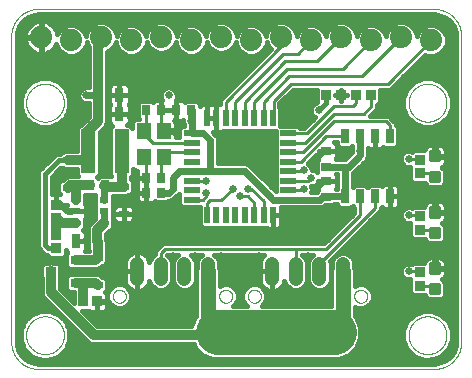
<source format=gtl>
G75*
%MOIN*%
%OFA0B0*%
%FSLAX25Y25*%
%IPPOS*%
%LPD*%
%AMOC8*
5,1,8,0,0,1.08239X$1,22.5*
%
%ADD10C,0.00000*%
%ADD11R,0.02756X0.03543*%
%ADD12R,0.03150X0.04724*%
%ADD13R,0.03268X0.02480*%
%ADD14R,0.04724X0.14567*%
%ADD15R,0.03543X0.03346*%
%ADD16R,0.05709X0.01969*%
%ADD17R,0.01969X0.05709*%
%ADD18R,0.03543X0.02756*%
%ADD19C,0.01181*%
%ADD20R,0.02500X0.05000*%
%ADD21R,0.03150X0.02480*%
%ADD22R,0.03200X0.03500*%
%ADD23R,0.04724X0.05512*%
%ADD24R,0.03543X0.03150*%
%ADD25R,0.03346X0.03543*%
%ADD26C,0.04756*%
%ADD27C,0.07400*%
%ADD28C,0.03200*%
%ADD29C,0.01600*%
%ADD30C,0.02400*%
%ADD31C,0.01000*%
%ADD32C,0.02500*%
%ADD33C,0.05000*%
%ADD34C,0.15000*%
D10*
X0014550Y0005550D02*
X0146550Y0005550D01*
X0146767Y0005553D01*
X0146985Y0005561D01*
X0147202Y0005574D01*
X0147419Y0005592D01*
X0147635Y0005616D01*
X0147850Y0005644D01*
X0148065Y0005678D01*
X0148279Y0005718D01*
X0148492Y0005762D01*
X0148704Y0005812D01*
X0148914Y0005866D01*
X0149124Y0005926D01*
X0149331Y0005990D01*
X0149537Y0006060D01*
X0149741Y0006135D01*
X0149944Y0006214D01*
X0150144Y0006299D01*
X0150343Y0006388D01*
X0150539Y0006482D01*
X0150733Y0006581D01*
X0150924Y0006684D01*
X0151113Y0006792D01*
X0151299Y0006905D01*
X0151482Y0007022D01*
X0151663Y0007143D01*
X0151840Y0007269D01*
X0152014Y0007399D01*
X0152186Y0007533D01*
X0152354Y0007671D01*
X0152518Y0007813D01*
X0152679Y0007960D01*
X0152837Y0008110D01*
X0152990Y0008263D01*
X0153140Y0008421D01*
X0153287Y0008582D01*
X0153429Y0008746D01*
X0153567Y0008914D01*
X0153701Y0009086D01*
X0153831Y0009260D01*
X0153957Y0009437D01*
X0154078Y0009618D01*
X0154195Y0009801D01*
X0154308Y0009987D01*
X0154416Y0010176D01*
X0154519Y0010367D01*
X0154618Y0010561D01*
X0154712Y0010757D01*
X0154801Y0010956D01*
X0154886Y0011156D01*
X0154965Y0011359D01*
X0155040Y0011563D01*
X0155110Y0011769D01*
X0155174Y0011976D01*
X0155234Y0012186D01*
X0155288Y0012396D01*
X0155338Y0012608D01*
X0155382Y0012821D01*
X0155422Y0013035D01*
X0155456Y0013250D01*
X0155484Y0013465D01*
X0155508Y0013681D01*
X0155526Y0013898D01*
X0155539Y0014115D01*
X0155547Y0014333D01*
X0155550Y0014550D01*
X0155550Y0116550D01*
X0155547Y0116767D01*
X0155539Y0116985D01*
X0155526Y0117202D01*
X0155508Y0117419D01*
X0155484Y0117635D01*
X0155456Y0117850D01*
X0155422Y0118065D01*
X0155382Y0118279D01*
X0155338Y0118492D01*
X0155288Y0118704D01*
X0155234Y0118914D01*
X0155174Y0119124D01*
X0155110Y0119331D01*
X0155040Y0119537D01*
X0154965Y0119741D01*
X0154886Y0119944D01*
X0154801Y0120144D01*
X0154712Y0120343D01*
X0154618Y0120539D01*
X0154519Y0120733D01*
X0154416Y0120924D01*
X0154308Y0121113D01*
X0154195Y0121299D01*
X0154078Y0121482D01*
X0153957Y0121663D01*
X0153831Y0121840D01*
X0153701Y0122014D01*
X0153567Y0122186D01*
X0153429Y0122354D01*
X0153287Y0122518D01*
X0153140Y0122679D01*
X0152990Y0122837D01*
X0152837Y0122990D01*
X0152679Y0123140D01*
X0152518Y0123287D01*
X0152354Y0123429D01*
X0152186Y0123567D01*
X0152014Y0123701D01*
X0151840Y0123831D01*
X0151663Y0123957D01*
X0151482Y0124078D01*
X0151299Y0124195D01*
X0151113Y0124308D01*
X0150924Y0124416D01*
X0150733Y0124519D01*
X0150539Y0124618D01*
X0150343Y0124712D01*
X0150144Y0124801D01*
X0149944Y0124886D01*
X0149741Y0124965D01*
X0149537Y0125040D01*
X0149331Y0125110D01*
X0149124Y0125174D01*
X0148914Y0125234D01*
X0148704Y0125288D01*
X0148492Y0125338D01*
X0148279Y0125382D01*
X0148065Y0125422D01*
X0147850Y0125456D01*
X0147635Y0125484D01*
X0147419Y0125508D01*
X0147202Y0125526D01*
X0146985Y0125539D01*
X0146767Y0125547D01*
X0146550Y0125550D01*
X0014550Y0125550D01*
X0014333Y0125547D01*
X0014115Y0125539D01*
X0013898Y0125526D01*
X0013681Y0125508D01*
X0013465Y0125484D01*
X0013250Y0125456D01*
X0013035Y0125422D01*
X0012821Y0125382D01*
X0012608Y0125338D01*
X0012396Y0125288D01*
X0012186Y0125234D01*
X0011976Y0125174D01*
X0011769Y0125110D01*
X0011563Y0125040D01*
X0011359Y0124965D01*
X0011156Y0124886D01*
X0010956Y0124801D01*
X0010757Y0124712D01*
X0010561Y0124618D01*
X0010367Y0124519D01*
X0010176Y0124416D01*
X0009987Y0124308D01*
X0009801Y0124195D01*
X0009618Y0124078D01*
X0009437Y0123957D01*
X0009260Y0123831D01*
X0009086Y0123701D01*
X0008914Y0123567D01*
X0008746Y0123429D01*
X0008582Y0123287D01*
X0008421Y0123140D01*
X0008263Y0122990D01*
X0008110Y0122837D01*
X0007960Y0122679D01*
X0007813Y0122518D01*
X0007671Y0122354D01*
X0007533Y0122186D01*
X0007399Y0122014D01*
X0007269Y0121840D01*
X0007143Y0121663D01*
X0007022Y0121482D01*
X0006905Y0121299D01*
X0006792Y0121113D01*
X0006684Y0120924D01*
X0006581Y0120733D01*
X0006482Y0120539D01*
X0006388Y0120343D01*
X0006299Y0120144D01*
X0006214Y0119944D01*
X0006135Y0119741D01*
X0006060Y0119537D01*
X0005990Y0119331D01*
X0005926Y0119124D01*
X0005866Y0118914D01*
X0005812Y0118704D01*
X0005762Y0118492D01*
X0005718Y0118279D01*
X0005678Y0118065D01*
X0005644Y0117850D01*
X0005616Y0117635D01*
X0005592Y0117419D01*
X0005574Y0117202D01*
X0005561Y0116985D01*
X0005553Y0116767D01*
X0005550Y0116550D01*
X0005550Y0014550D01*
X0005553Y0014333D01*
X0005561Y0014115D01*
X0005574Y0013898D01*
X0005592Y0013681D01*
X0005616Y0013465D01*
X0005644Y0013250D01*
X0005678Y0013035D01*
X0005718Y0012821D01*
X0005762Y0012608D01*
X0005812Y0012396D01*
X0005866Y0012186D01*
X0005926Y0011976D01*
X0005990Y0011769D01*
X0006060Y0011563D01*
X0006135Y0011359D01*
X0006214Y0011156D01*
X0006299Y0010956D01*
X0006388Y0010757D01*
X0006482Y0010561D01*
X0006581Y0010367D01*
X0006684Y0010176D01*
X0006792Y0009987D01*
X0006905Y0009801D01*
X0007022Y0009618D01*
X0007143Y0009437D01*
X0007269Y0009260D01*
X0007399Y0009086D01*
X0007533Y0008914D01*
X0007671Y0008746D01*
X0007813Y0008582D01*
X0007960Y0008421D01*
X0008110Y0008263D01*
X0008263Y0008110D01*
X0008421Y0007960D01*
X0008582Y0007813D01*
X0008746Y0007671D01*
X0008914Y0007533D01*
X0009086Y0007399D01*
X0009260Y0007269D01*
X0009437Y0007143D01*
X0009618Y0007022D01*
X0009801Y0006905D01*
X0009987Y0006792D01*
X0010176Y0006684D01*
X0010367Y0006581D01*
X0010561Y0006482D01*
X0010757Y0006388D01*
X0010956Y0006299D01*
X0011156Y0006214D01*
X0011359Y0006135D01*
X0011563Y0006060D01*
X0011769Y0005990D01*
X0011976Y0005926D01*
X0012186Y0005866D01*
X0012396Y0005812D01*
X0012608Y0005762D01*
X0012821Y0005718D01*
X0013035Y0005678D01*
X0013250Y0005644D01*
X0013465Y0005616D01*
X0013681Y0005592D01*
X0013898Y0005574D01*
X0014115Y0005561D01*
X0014333Y0005553D01*
X0014550Y0005550D01*
X0010501Y0016800D02*
X0010503Y0016958D01*
X0010509Y0017116D01*
X0010519Y0017274D01*
X0010533Y0017432D01*
X0010551Y0017589D01*
X0010572Y0017746D01*
X0010598Y0017902D01*
X0010628Y0018058D01*
X0010661Y0018213D01*
X0010699Y0018366D01*
X0010740Y0018519D01*
X0010785Y0018671D01*
X0010834Y0018822D01*
X0010887Y0018971D01*
X0010943Y0019119D01*
X0011003Y0019265D01*
X0011067Y0019410D01*
X0011135Y0019553D01*
X0011206Y0019695D01*
X0011280Y0019835D01*
X0011358Y0019972D01*
X0011440Y0020108D01*
X0011524Y0020242D01*
X0011613Y0020373D01*
X0011704Y0020502D01*
X0011799Y0020629D01*
X0011896Y0020754D01*
X0011997Y0020876D01*
X0012101Y0020995D01*
X0012208Y0021112D01*
X0012318Y0021226D01*
X0012431Y0021337D01*
X0012546Y0021446D01*
X0012664Y0021551D01*
X0012785Y0021653D01*
X0012908Y0021753D01*
X0013034Y0021849D01*
X0013162Y0021942D01*
X0013292Y0022032D01*
X0013425Y0022118D01*
X0013560Y0022202D01*
X0013696Y0022281D01*
X0013835Y0022358D01*
X0013976Y0022430D01*
X0014118Y0022500D01*
X0014262Y0022565D01*
X0014408Y0022627D01*
X0014555Y0022685D01*
X0014704Y0022740D01*
X0014854Y0022791D01*
X0015005Y0022838D01*
X0015157Y0022881D01*
X0015310Y0022920D01*
X0015465Y0022956D01*
X0015620Y0022987D01*
X0015776Y0023015D01*
X0015932Y0023039D01*
X0016089Y0023059D01*
X0016247Y0023075D01*
X0016404Y0023087D01*
X0016563Y0023095D01*
X0016721Y0023099D01*
X0016879Y0023099D01*
X0017037Y0023095D01*
X0017196Y0023087D01*
X0017353Y0023075D01*
X0017511Y0023059D01*
X0017668Y0023039D01*
X0017824Y0023015D01*
X0017980Y0022987D01*
X0018135Y0022956D01*
X0018290Y0022920D01*
X0018443Y0022881D01*
X0018595Y0022838D01*
X0018746Y0022791D01*
X0018896Y0022740D01*
X0019045Y0022685D01*
X0019192Y0022627D01*
X0019338Y0022565D01*
X0019482Y0022500D01*
X0019624Y0022430D01*
X0019765Y0022358D01*
X0019904Y0022281D01*
X0020040Y0022202D01*
X0020175Y0022118D01*
X0020308Y0022032D01*
X0020438Y0021942D01*
X0020566Y0021849D01*
X0020692Y0021753D01*
X0020815Y0021653D01*
X0020936Y0021551D01*
X0021054Y0021446D01*
X0021169Y0021337D01*
X0021282Y0021226D01*
X0021392Y0021112D01*
X0021499Y0020995D01*
X0021603Y0020876D01*
X0021704Y0020754D01*
X0021801Y0020629D01*
X0021896Y0020502D01*
X0021987Y0020373D01*
X0022076Y0020242D01*
X0022160Y0020108D01*
X0022242Y0019972D01*
X0022320Y0019835D01*
X0022394Y0019695D01*
X0022465Y0019553D01*
X0022533Y0019410D01*
X0022597Y0019265D01*
X0022657Y0019119D01*
X0022713Y0018971D01*
X0022766Y0018822D01*
X0022815Y0018671D01*
X0022860Y0018519D01*
X0022901Y0018366D01*
X0022939Y0018213D01*
X0022972Y0018058D01*
X0023002Y0017902D01*
X0023028Y0017746D01*
X0023049Y0017589D01*
X0023067Y0017432D01*
X0023081Y0017274D01*
X0023091Y0017116D01*
X0023097Y0016958D01*
X0023099Y0016800D01*
X0023097Y0016642D01*
X0023091Y0016484D01*
X0023081Y0016326D01*
X0023067Y0016168D01*
X0023049Y0016011D01*
X0023028Y0015854D01*
X0023002Y0015698D01*
X0022972Y0015542D01*
X0022939Y0015387D01*
X0022901Y0015234D01*
X0022860Y0015081D01*
X0022815Y0014929D01*
X0022766Y0014778D01*
X0022713Y0014629D01*
X0022657Y0014481D01*
X0022597Y0014335D01*
X0022533Y0014190D01*
X0022465Y0014047D01*
X0022394Y0013905D01*
X0022320Y0013765D01*
X0022242Y0013628D01*
X0022160Y0013492D01*
X0022076Y0013358D01*
X0021987Y0013227D01*
X0021896Y0013098D01*
X0021801Y0012971D01*
X0021704Y0012846D01*
X0021603Y0012724D01*
X0021499Y0012605D01*
X0021392Y0012488D01*
X0021282Y0012374D01*
X0021169Y0012263D01*
X0021054Y0012154D01*
X0020936Y0012049D01*
X0020815Y0011947D01*
X0020692Y0011847D01*
X0020566Y0011751D01*
X0020438Y0011658D01*
X0020308Y0011568D01*
X0020175Y0011482D01*
X0020040Y0011398D01*
X0019904Y0011319D01*
X0019765Y0011242D01*
X0019624Y0011170D01*
X0019482Y0011100D01*
X0019338Y0011035D01*
X0019192Y0010973D01*
X0019045Y0010915D01*
X0018896Y0010860D01*
X0018746Y0010809D01*
X0018595Y0010762D01*
X0018443Y0010719D01*
X0018290Y0010680D01*
X0018135Y0010644D01*
X0017980Y0010613D01*
X0017824Y0010585D01*
X0017668Y0010561D01*
X0017511Y0010541D01*
X0017353Y0010525D01*
X0017196Y0010513D01*
X0017037Y0010505D01*
X0016879Y0010501D01*
X0016721Y0010501D01*
X0016563Y0010505D01*
X0016404Y0010513D01*
X0016247Y0010525D01*
X0016089Y0010541D01*
X0015932Y0010561D01*
X0015776Y0010585D01*
X0015620Y0010613D01*
X0015465Y0010644D01*
X0015310Y0010680D01*
X0015157Y0010719D01*
X0015005Y0010762D01*
X0014854Y0010809D01*
X0014704Y0010860D01*
X0014555Y0010915D01*
X0014408Y0010973D01*
X0014262Y0011035D01*
X0014118Y0011100D01*
X0013976Y0011170D01*
X0013835Y0011242D01*
X0013696Y0011319D01*
X0013560Y0011398D01*
X0013425Y0011482D01*
X0013292Y0011568D01*
X0013162Y0011658D01*
X0013034Y0011751D01*
X0012908Y0011847D01*
X0012785Y0011947D01*
X0012664Y0012049D01*
X0012546Y0012154D01*
X0012431Y0012263D01*
X0012318Y0012374D01*
X0012208Y0012488D01*
X0012101Y0012605D01*
X0011997Y0012724D01*
X0011896Y0012846D01*
X0011799Y0012971D01*
X0011704Y0013098D01*
X0011613Y0013227D01*
X0011524Y0013358D01*
X0011440Y0013492D01*
X0011358Y0013628D01*
X0011280Y0013765D01*
X0011206Y0013905D01*
X0011135Y0014047D01*
X0011067Y0014190D01*
X0011003Y0014335D01*
X0010943Y0014481D01*
X0010887Y0014629D01*
X0010834Y0014778D01*
X0010785Y0014929D01*
X0010740Y0015081D01*
X0010699Y0015234D01*
X0010661Y0015387D01*
X0010628Y0015542D01*
X0010598Y0015698D01*
X0010572Y0015854D01*
X0010551Y0016011D01*
X0010533Y0016168D01*
X0010519Y0016326D01*
X0010509Y0016484D01*
X0010503Y0016642D01*
X0010501Y0016800D01*
X0039418Y0029782D02*
X0039420Y0029875D01*
X0039426Y0029967D01*
X0039436Y0030059D01*
X0039450Y0030150D01*
X0039467Y0030241D01*
X0039489Y0030331D01*
X0039514Y0030420D01*
X0039543Y0030508D01*
X0039576Y0030594D01*
X0039613Y0030679D01*
X0039653Y0030763D01*
X0039697Y0030844D01*
X0039744Y0030924D01*
X0039794Y0031002D01*
X0039848Y0031077D01*
X0039905Y0031150D01*
X0039965Y0031220D01*
X0040028Y0031288D01*
X0040094Y0031353D01*
X0040162Y0031415D01*
X0040233Y0031475D01*
X0040307Y0031531D01*
X0040383Y0031584D01*
X0040461Y0031633D01*
X0040541Y0031680D01*
X0040623Y0031722D01*
X0040707Y0031762D01*
X0040792Y0031797D01*
X0040879Y0031829D01*
X0040967Y0031858D01*
X0041056Y0031882D01*
X0041146Y0031903D01*
X0041237Y0031919D01*
X0041329Y0031932D01*
X0041421Y0031941D01*
X0041514Y0031946D01*
X0041606Y0031947D01*
X0041699Y0031944D01*
X0041791Y0031937D01*
X0041883Y0031926D01*
X0041974Y0031911D01*
X0042065Y0031893D01*
X0042155Y0031870D01*
X0042243Y0031844D01*
X0042331Y0031814D01*
X0042417Y0031780D01*
X0042501Y0031743D01*
X0042584Y0031701D01*
X0042665Y0031657D01*
X0042745Y0031609D01*
X0042822Y0031558D01*
X0042896Y0031503D01*
X0042969Y0031445D01*
X0043039Y0031385D01*
X0043106Y0031321D01*
X0043170Y0031255D01*
X0043232Y0031185D01*
X0043290Y0031114D01*
X0043345Y0031040D01*
X0043397Y0030963D01*
X0043446Y0030884D01*
X0043492Y0030804D01*
X0043534Y0030721D01*
X0043572Y0030637D01*
X0043607Y0030551D01*
X0043638Y0030464D01*
X0043665Y0030376D01*
X0043688Y0030286D01*
X0043708Y0030196D01*
X0043724Y0030105D01*
X0043736Y0030013D01*
X0043744Y0029921D01*
X0043748Y0029828D01*
X0043748Y0029736D01*
X0043744Y0029643D01*
X0043736Y0029551D01*
X0043724Y0029459D01*
X0043708Y0029368D01*
X0043688Y0029278D01*
X0043665Y0029188D01*
X0043638Y0029100D01*
X0043607Y0029013D01*
X0043572Y0028927D01*
X0043534Y0028843D01*
X0043492Y0028760D01*
X0043446Y0028680D01*
X0043397Y0028601D01*
X0043345Y0028524D01*
X0043290Y0028450D01*
X0043232Y0028379D01*
X0043170Y0028309D01*
X0043106Y0028243D01*
X0043039Y0028179D01*
X0042969Y0028119D01*
X0042896Y0028061D01*
X0042822Y0028006D01*
X0042745Y0027955D01*
X0042666Y0027907D01*
X0042584Y0027863D01*
X0042501Y0027821D01*
X0042417Y0027784D01*
X0042331Y0027750D01*
X0042243Y0027720D01*
X0042155Y0027694D01*
X0042065Y0027671D01*
X0041974Y0027653D01*
X0041883Y0027638D01*
X0041791Y0027627D01*
X0041699Y0027620D01*
X0041606Y0027617D01*
X0041514Y0027618D01*
X0041421Y0027623D01*
X0041329Y0027632D01*
X0041237Y0027645D01*
X0041146Y0027661D01*
X0041056Y0027682D01*
X0040967Y0027706D01*
X0040879Y0027735D01*
X0040792Y0027767D01*
X0040707Y0027802D01*
X0040623Y0027842D01*
X0040541Y0027884D01*
X0040461Y0027931D01*
X0040383Y0027980D01*
X0040307Y0028033D01*
X0040233Y0028089D01*
X0040162Y0028149D01*
X0040094Y0028211D01*
X0040028Y0028276D01*
X0039965Y0028344D01*
X0039905Y0028414D01*
X0039848Y0028487D01*
X0039794Y0028562D01*
X0039744Y0028640D01*
X0039697Y0028720D01*
X0039653Y0028801D01*
X0039613Y0028885D01*
X0039576Y0028970D01*
X0039543Y0029056D01*
X0039514Y0029144D01*
X0039489Y0029233D01*
X0039467Y0029323D01*
X0039450Y0029414D01*
X0039436Y0029505D01*
X0039426Y0029597D01*
X0039420Y0029689D01*
X0039418Y0029782D01*
X0074852Y0029782D02*
X0074854Y0029875D01*
X0074860Y0029967D01*
X0074870Y0030059D01*
X0074884Y0030150D01*
X0074901Y0030241D01*
X0074923Y0030331D01*
X0074948Y0030420D01*
X0074977Y0030508D01*
X0075010Y0030594D01*
X0075047Y0030679D01*
X0075087Y0030763D01*
X0075131Y0030844D01*
X0075178Y0030924D01*
X0075228Y0031002D01*
X0075282Y0031077D01*
X0075339Y0031150D01*
X0075399Y0031220D01*
X0075462Y0031288D01*
X0075528Y0031353D01*
X0075596Y0031415D01*
X0075667Y0031475D01*
X0075741Y0031531D01*
X0075817Y0031584D01*
X0075895Y0031633D01*
X0075975Y0031680D01*
X0076057Y0031722D01*
X0076141Y0031762D01*
X0076226Y0031797D01*
X0076313Y0031829D01*
X0076401Y0031858D01*
X0076490Y0031882D01*
X0076580Y0031903D01*
X0076671Y0031919D01*
X0076763Y0031932D01*
X0076855Y0031941D01*
X0076948Y0031946D01*
X0077040Y0031947D01*
X0077133Y0031944D01*
X0077225Y0031937D01*
X0077317Y0031926D01*
X0077408Y0031911D01*
X0077499Y0031893D01*
X0077589Y0031870D01*
X0077677Y0031844D01*
X0077765Y0031814D01*
X0077851Y0031780D01*
X0077935Y0031743D01*
X0078018Y0031701D01*
X0078099Y0031657D01*
X0078179Y0031609D01*
X0078256Y0031558D01*
X0078330Y0031503D01*
X0078403Y0031445D01*
X0078473Y0031385D01*
X0078540Y0031321D01*
X0078604Y0031255D01*
X0078666Y0031185D01*
X0078724Y0031114D01*
X0078779Y0031040D01*
X0078831Y0030963D01*
X0078880Y0030884D01*
X0078926Y0030804D01*
X0078968Y0030721D01*
X0079006Y0030637D01*
X0079041Y0030551D01*
X0079072Y0030464D01*
X0079099Y0030376D01*
X0079122Y0030286D01*
X0079142Y0030196D01*
X0079158Y0030105D01*
X0079170Y0030013D01*
X0079178Y0029921D01*
X0079182Y0029828D01*
X0079182Y0029736D01*
X0079178Y0029643D01*
X0079170Y0029551D01*
X0079158Y0029459D01*
X0079142Y0029368D01*
X0079122Y0029278D01*
X0079099Y0029188D01*
X0079072Y0029100D01*
X0079041Y0029013D01*
X0079006Y0028927D01*
X0078968Y0028843D01*
X0078926Y0028760D01*
X0078880Y0028680D01*
X0078831Y0028601D01*
X0078779Y0028524D01*
X0078724Y0028450D01*
X0078666Y0028379D01*
X0078604Y0028309D01*
X0078540Y0028243D01*
X0078473Y0028179D01*
X0078403Y0028119D01*
X0078330Y0028061D01*
X0078256Y0028006D01*
X0078179Y0027955D01*
X0078100Y0027907D01*
X0078018Y0027863D01*
X0077935Y0027821D01*
X0077851Y0027784D01*
X0077765Y0027750D01*
X0077677Y0027720D01*
X0077589Y0027694D01*
X0077499Y0027671D01*
X0077408Y0027653D01*
X0077317Y0027638D01*
X0077225Y0027627D01*
X0077133Y0027620D01*
X0077040Y0027617D01*
X0076948Y0027618D01*
X0076855Y0027623D01*
X0076763Y0027632D01*
X0076671Y0027645D01*
X0076580Y0027661D01*
X0076490Y0027682D01*
X0076401Y0027706D01*
X0076313Y0027735D01*
X0076226Y0027767D01*
X0076141Y0027802D01*
X0076057Y0027842D01*
X0075975Y0027884D01*
X0075895Y0027931D01*
X0075817Y0027980D01*
X0075741Y0028033D01*
X0075667Y0028089D01*
X0075596Y0028149D01*
X0075528Y0028211D01*
X0075462Y0028276D01*
X0075399Y0028344D01*
X0075339Y0028414D01*
X0075282Y0028487D01*
X0075228Y0028562D01*
X0075178Y0028640D01*
X0075131Y0028720D01*
X0075087Y0028801D01*
X0075047Y0028885D01*
X0075010Y0028970D01*
X0074977Y0029056D01*
X0074948Y0029144D01*
X0074923Y0029233D01*
X0074901Y0029323D01*
X0074884Y0029414D01*
X0074870Y0029505D01*
X0074860Y0029597D01*
X0074854Y0029689D01*
X0074852Y0029782D01*
X0084418Y0029782D02*
X0084420Y0029875D01*
X0084426Y0029967D01*
X0084436Y0030059D01*
X0084450Y0030150D01*
X0084467Y0030241D01*
X0084489Y0030331D01*
X0084514Y0030420D01*
X0084543Y0030508D01*
X0084576Y0030594D01*
X0084613Y0030679D01*
X0084653Y0030763D01*
X0084697Y0030844D01*
X0084744Y0030924D01*
X0084794Y0031002D01*
X0084848Y0031077D01*
X0084905Y0031150D01*
X0084965Y0031220D01*
X0085028Y0031288D01*
X0085094Y0031353D01*
X0085162Y0031415D01*
X0085233Y0031475D01*
X0085307Y0031531D01*
X0085383Y0031584D01*
X0085461Y0031633D01*
X0085541Y0031680D01*
X0085623Y0031722D01*
X0085707Y0031762D01*
X0085792Y0031797D01*
X0085879Y0031829D01*
X0085967Y0031858D01*
X0086056Y0031882D01*
X0086146Y0031903D01*
X0086237Y0031919D01*
X0086329Y0031932D01*
X0086421Y0031941D01*
X0086514Y0031946D01*
X0086606Y0031947D01*
X0086699Y0031944D01*
X0086791Y0031937D01*
X0086883Y0031926D01*
X0086974Y0031911D01*
X0087065Y0031893D01*
X0087155Y0031870D01*
X0087243Y0031844D01*
X0087331Y0031814D01*
X0087417Y0031780D01*
X0087501Y0031743D01*
X0087584Y0031701D01*
X0087665Y0031657D01*
X0087745Y0031609D01*
X0087822Y0031558D01*
X0087896Y0031503D01*
X0087969Y0031445D01*
X0088039Y0031385D01*
X0088106Y0031321D01*
X0088170Y0031255D01*
X0088232Y0031185D01*
X0088290Y0031114D01*
X0088345Y0031040D01*
X0088397Y0030963D01*
X0088446Y0030884D01*
X0088492Y0030804D01*
X0088534Y0030721D01*
X0088572Y0030637D01*
X0088607Y0030551D01*
X0088638Y0030464D01*
X0088665Y0030376D01*
X0088688Y0030286D01*
X0088708Y0030196D01*
X0088724Y0030105D01*
X0088736Y0030013D01*
X0088744Y0029921D01*
X0088748Y0029828D01*
X0088748Y0029736D01*
X0088744Y0029643D01*
X0088736Y0029551D01*
X0088724Y0029459D01*
X0088708Y0029368D01*
X0088688Y0029278D01*
X0088665Y0029188D01*
X0088638Y0029100D01*
X0088607Y0029013D01*
X0088572Y0028927D01*
X0088534Y0028843D01*
X0088492Y0028760D01*
X0088446Y0028680D01*
X0088397Y0028601D01*
X0088345Y0028524D01*
X0088290Y0028450D01*
X0088232Y0028379D01*
X0088170Y0028309D01*
X0088106Y0028243D01*
X0088039Y0028179D01*
X0087969Y0028119D01*
X0087896Y0028061D01*
X0087822Y0028006D01*
X0087745Y0027955D01*
X0087666Y0027907D01*
X0087584Y0027863D01*
X0087501Y0027821D01*
X0087417Y0027784D01*
X0087331Y0027750D01*
X0087243Y0027720D01*
X0087155Y0027694D01*
X0087065Y0027671D01*
X0086974Y0027653D01*
X0086883Y0027638D01*
X0086791Y0027627D01*
X0086699Y0027620D01*
X0086606Y0027617D01*
X0086514Y0027618D01*
X0086421Y0027623D01*
X0086329Y0027632D01*
X0086237Y0027645D01*
X0086146Y0027661D01*
X0086056Y0027682D01*
X0085967Y0027706D01*
X0085879Y0027735D01*
X0085792Y0027767D01*
X0085707Y0027802D01*
X0085623Y0027842D01*
X0085541Y0027884D01*
X0085461Y0027931D01*
X0085383Y0027980D01*
X0085307Y0028033D01*
X0085233Y0028089D01*
X0085162Y0028149D01*
X0085094Y0028211D01*
X0085028Y0028276D01*
X0084965Y0028344D01*
X0084905Y0028414D01*
X0084848Y0028487D01*
X0084794Y0028562D01*
X0084744Y0028640D01*
X0084697Y0028720D01*
X0084653Y0028801D01*
X0084613Y0028885D01*
X0084576Y0028970D01*
X0084543Y0029056D01*
X0084514Y0029144D01*
X0084489Y0029233D01*
X0084467Y0029323D01*
X0084450Y0029414D01*
X0084436Y0029505D01*
X0084426Y0029597D01*
X0084420Y0029689D01*
X0084418Y0029782D01*
X0119852Y0029782D02*
X0119854Y0029875D01*
X0119860Y0029967D01*
X0119870Y0030059D01*
X0119884Y0030150D01*
X0119901Y0030241D01*
X0119923Y0030331D01*
X0119948Y0030420D01*
X0119977Y0030508D01*
X0120010Y0030594D01*
X0120047Y0030679D01*
X0120087Y0030763D01*
X0120131Y0030844D01*
X0120178Y0030924D01*
X0120228Y0031002D01*
X0120282Y0031077D01*
X0120339Y0031150D01*
X0120399Y0031220D01*
X0120462Y0031288D01*
X0120528Y0031353D01*
X0120596Y0031415D01*
X0120667Y0031475D01*
X0120741Y0031531D01*
X0120817Y0031584D01*
X0120895Y0031633D01*
X0120975Y0031680D01*
X0121057Y0031722D01*
X0121141Y0031762D01*
X0121226Y0031797D01*
X0121313Y0031829D01*
X0121401Y0031858D01*
X0121490Y0031882D01*
X0121580Y0031903D01*
X0121671Y0031919D01*
X0121763Y0031932D01*
X0121855Y0031941D01*
X0121948Y0031946D01*
X0122040Y0031947D01*
X0122133Y0031944D01*
X0122225Y0031937D01*
X0122317Y0031926D01*
X0122408Y0031911D01*
X0122499Y0031893D01*
X0122589Y0031870D01*
X0122677Y0031844D01*
X0122765Y0031814D01*
X0122851Y0031780D01*
X0122935Y0031743D01*
X0123018Y0031701D01*
X0123099Y0031657D01*
X0123179Y0031609D01*
X0123256Y0031558D01*
X0123330Y0031503D01*
X0123403Y0031445D01*
X0123473Y0031385D01*
X0123540Y0031321D01*
X0123604Y0031255D01*
X0123666Y0031185D01*
X0123724Y0031114D01*
X0123779Y0031040D01*
X0123831Y0030963D01*
X0123880Y0030884D01*
X0123926Y0030804D01*
X0123968Y0030721D01*
X0124006Y0030637D01*
X0124041Y0030551D01*
X0124072Y0030464D01*
X0124099Y0030376D01*
X0124122Y0030286D01*
X0124142Y0030196D01*
X0124158Y0030105D01*
X0124170Y0030013D01*
X0124178Y0029921D01*
X0124182Y0029828D01*
X0124182Y0029736D01*
X0124178Y0029643D01*
X0124170Y0029551D01*
X0124158Y0029459D01*
X0124142Y0029368D01*
X0124122Y0029278D01*
X0124099Y0029188D01*
X0124072Y0029100D01*
X0124041Y0029013D01*
X0124006Y0028927D01*
X0123968Y0028843D01*
X0123926Y0028760D01*
X0123880Y0028680D01*
X0123831Y0028601D01*
X0123779Y0028524D01*
X0123724Y0028450D01*
X0123666Y0028379D01*
X0123604Y0028309D01*
X0123540Y0028243D01*
X0123473Y0028179D01*
X0123403Y0028119D01*
X0123330Y0028061D01*
X0123256Y0028006D01*
X0123179Y0027955D01*
X0123100Y0027907D01*
X0123018Y0027863D01*
X0122935Y0027821D01*
X0122851Y0027784D01*
X0122765Y0027750D01*
X0122677Y0027720D01*
X0122589Y0027694D01*
X0122499Y0027671D01*
X0122408Y0027653D01*
X0122317Y0027638D01*
X0122225Y0027627D01*
X0122133Y0027620D01*
X0122040Y0027617D01*
X0121948Y0027618D01*
X0121855Y0027623D01*
X0121763Y0027632D01*
X0121671Y0027645D01*
X0121580Y0027661D01*
X0121490Y0027682D01*
X0121401Y0027706D01*
X0121313Y0027735D01*
X0121226Y0027767D01*
X0121141Y0027802D01*
X0121057Y0027842D01*
X0120975Y0027884D01*
X0120895Y0027931D01*
X0120817Y0027980D01*
X0120741Y0028033D01*
X0120667Y0028089D01*
X0120596Y0028149D01*
X0120528Y0028211D01*
X0120462Y0028276D01*
X0120399Y0028344D01*
X0120339Y0028414D01*
X0120282Y0028487D01*
X0120228Y0028562D01*
X0120178Y0028640D01*
X0120131Y0028720D01*
X0120087Y0028801D01*
X0120047Y0028885D01*
X0120010Y0028970D01*
X0119977Y0029056D01*
X0119948Y0029144D01*
X0119923Y0029233D01*
X0119901Y0029323D01*
X0119884Y0029414D01*
X0119870Y0029505D01*
X0119860Y0029597D01*
X0119854Y0029689D01*
X0119852Y0029782D01*
X0138001Y0016800D02*
X0138003Y0016958D01*
X0138009Y0017116D01*
X0138019Y0017274D01*
X0138033Y0017432D01*
X0138051Y0017589D01*
X0138072Y0017746D01*
X0138098Y0017902D01*
X0138128Y0018058D01*
X0138161Y0018213D01*
X0138199Y0018366D01*
X0138240Y0018519D01*
X0138285Y0018671D01*
X0138334Y0018822D01*
X0138387Y0018971D01*
X0138443Y0019119D01*
X0138503Y0019265D01*
X0138567Y0019410D01*
X0138635Y0019553D01*
X0138706Y0019695D01*
X0138780Y0019835D01*
X0138858Y0019972D01*
X0138940Y0020108D01*
X0139024Y0020242D01*
X0139113Y0020373D01*
X0139204Y0020502D01*
X0139299Y0020629D01*
X0139396Y0020754D01*
X0139497Y0020876D01*
X0139601Y0020995D01*
X0139708Y0021112D01*
X0139818Y0021226D01*
X0139931Y0021337D01*
X0140046Y0021446D01*
X0140164Y0021551D01*
X0140285Y0021653D01*
X0140408Y0021753D01*
X0140534Y0021849D01*
X0140662Y0021942D01*
X0140792Y0022032D01*
X0140925Y0022118D01*
X0141060Y0022202D01*
X0141196Y0022281D01*
X0141335Y0022358D01*
X0141476Y0022430D01*
X0141618Y0022500D01*
X0141762Y0022565D01*
X0141908Y0022627D01*
X0142055Y0022685D01*
X0142204Y0022740D01*
X0142354Y0022791D01*
X0142505Y0022838D01*
X0142657Y0022881D01*
X0142810Y0022920D01*
X0142965Y0022956D01*
X0143120Y0022987D01*
X0143276Y0023015D01*
X0143432Y0023039D01*
X0143589Y0023059D01*
X0143747Y0023075D01*
X0143904Y0023087D01*
X0144063Y0023095D01*
X0144221Y0023099D01*
X0144379Y0023099D01*
X0144537Y0023095D01*
X0144696Y0023087D01*
X0144853Y0023075D01*
X0145011Y0023059D01*
X0145168Y0023039D01*
X0145324Y0023015D01*
X0145480Y0022987D01*
X0145635Y0022956D01*
X0145790Y0022920D01*
X0145943Y0022881D01*
X0146095Y0022838D01*
X0146246Y0022791D01*
X0146396Y0022740D01*
X0146545Y0022685D01*
X0146692Y0022627D01*
X0146838Y0022565D01*
X0146982Y0022500D01*
X0147124Y0022430D01*
X0147265Y0022358D01*
X0147404Y0022281D01*
X0147540Y0022202D01*
X0147675Y0022118D01*
X0147808Y0022032D01*
X0147938Y0021942D01*
X0148066Y0021849D01*
X0148192Y0021753D01*
X0148315Y0021653D01*
X0148436Y0021551D01*
X0148554Y0021446D01*
X0148669Y0021337D01*
X0148782Y0021226D01*
X0148892Y0021112D01*
X0148999Y0020995D01*
X0149103Y0020876D01*
X0149204Y0020754D01*
X0149301Y0020629D01*
X0149396Y0020502D01*
X0149487Y0020373D01*
X0149576Y0020242D01*
X0149660Y0020108D01*
X0149742Y0019972D01*
X0149820Y0019835D01*
X0149894Y0019695D01*
X0149965Y0019553D01*
X0150033Y0019410D01*
X0150097Y0019265D01*
X0150157Y0019119D01*
X0150213Y0018971D01*
X0150266Y0018822D01*
X0150315Y0018671D01*
X0150360Y0018519D01*
X0150401Y0018366D01*
X0150439Y0018213D01*
X0150472Y0018058D01*
X0150502Y0017902D01*
X0150528Y0017746D01*
X0150549Y0017589D01*
X0150567Y0017432D01*
X0150581Y0017274D01*
X0150591Y0017116D01*
X0150597Y0016958D01*
X0150599Y0016800D01*
X0150597Y0016642D01*
X0150591Y0016484D01*
X0150581Y0016326D01*
X0150567Y0016168D01*
X0150549Y0016011D01*
X0150528Y0015854D01*
X0150502Y0015698D01*
X0150472Y0015542D01*
X0150439Y0015387D01*
X0150401Y0015234D01*
X0150360Y0015081D01*
X0150315Y0014929D01*
X0150266Y0014778D01*
X0150213Y0014629D01*
X0150157Y0014481D01*
X0150097Y0014335D01*
X0150033Y0014190D01*
X0149965Y0014047D01*
X0149894Y0013905D01*
X0149820Y0013765D01*
X0149742Y0013628D01*
X0149660Y0013492D01*
X0149576Y0013358D01*
X0149487Y0013227D01*
X0149396Y0013098D01*
X0149301Y0012971D01*
X0149204Y0012846D01*
X0149103Y0012724D01*
X0148999Y0012605D01*
X0148892Y0012488D01*
X0148782Y0012374D01*
X0148669Y0012263D01*
X0148554Y0012154D01*
X0148436Y0012049D01*
X0148315Y0011947D01*
X0148192Y0011847D01*
X0148066Y0011751D01*
X0147938Y0011658D01*
X0147808Y0011568D01*
X0147675Y0011482D01*
X0147540Y0011398D01*
X0147404Y0011319D01*
X0147265Y0011242D01*
X0147124Y0011170D01*
X0146982Y0011100D01*
X0146838Y0011035D01*
X0146692Y0010973D01*
X0146545Y0010915D01*
X0146396Y0010860D01*
X0146246Y0010809D01*
X0146095Y0010762D01*
X0145943Y0010719D01*
X0145790Y0010680D01*
X0145635Y0010644D01*
X0145480Y0010613D01*
X0145324Y0010585D01*
X0145168Y0010561D01*
X0145011Y0010541D01*
X0144853Y0010525D01*
X0144696Y0010513D01*
X0144537Y0010505D01*
X0144379Y0010501D01*
X0144221Y0010501D01*
X0144063Y0010505D01*
X0143904Y0010513D01*
X0143747Y0010525D01*
X0143589Y0010541D01*
X0143432Y0010561D01*
X0143276Y0010585D01*
X0143120Y0010613D01*
X0142965Y0010644D01*
X0142810Y0010680D01*
X0142657Y0010719D01*
X0142505Y0010762D01*
X0142354Y0010809D01*
X0142204Y0010860D01*
X0142055Y0010915D01*
X0141908Y0010973D01*
X0141762Y0011035D01*
X0141618Y0011100D01*
X0141476Y0011170D01*
X0141335Y0011242D01*
X0141196Y0011319D01*
X0141060Y0011398D01*
X0140925Y0011482D01*
X0140792Y0011568D01*
X0140662Y0011658D01*
X0140534Y0011751D01*
X0140408Y0011847D01*
X0140285Y0011947D01*
X0140164Y0012049D01*
X0140046Y0012154D01*
X0139931Y0012263D01*
X0139818Y0012374D01*
X0139708Y0012488D01*
X0139601Y0012605D01*
X0139497Y0012724D01*
X0139396Y0012846D01*
X0139299Y0012971D01*
X0139204Y0013098D01*
X0139113Y0013227D01*
X0139024Y0013358D01*
X0138940Y0013492D01*
X0138858Y0013628D01*
X0138780Y0013765D01*
X0138706Y0013905D01*
X0138635Y0014047D01*
X0138567Y0014190D01*
X0138503Y0014335D01*
X0138443Y0014481D01*
X0138387Y0014629D01*
X0138334Y0014778D01*
X0138285Y0014929D01*
X0138240Y0015081D01*
X0138199Y0015234D01*
X0138161Y0015387D01*
X0138128Y0015542D01*
X0138098Y0015698D01*
X0138072Y0015854D01*
X0138051Y0016011D01*
X0138033Y0016168D01*
X0138019Y0016326D01*
X0138009Y0016484D01*
X0138003Y0016642D01*
X0138001Y0016800D01*
X0138001Y0094300D02*
X0138003Y0094458D01*
X0138009Y0094616D01*
X0138019Y0094774D01*
X0138033Y0094932D01*
X0138051Y0095089D01*
X0138072Y0095246D01*
X0138098Y0095402D01*
X0138128Y0095558D01*
X0138161Y0095713D01*
X0138199Y0095866D01*
X0138240Y0096019D01*
X0138285Y0096171D01*
X0138334Y0096322D01*
X0138387Y0096471D01*
X0138443Y0096619D01*
X0138503Y0096765D01*
X0138567Y0096910D01*
X0138635Y0097053D01*
X0138706Y0097195D01*
X0138780Y0097335D01*
X0138858Y0097472D01*
X0138940Y0097608D01*
X0139024Y0097742D01*
X0139113Y0097873D01*
X0139204Y0098002D01*
X0139299Y0098129D01*
X0139396Y0098254D01*
X0139497Y0098376D01*
X0139601Y0098495D01*
X0139708Y0098612D01*
X0139818Y0098726D01*
X0139931Y0098837D01*
X0140046Y0098946D01*
X0140164Y0099051D01*
X0140285Y0099153D01*
X0140408Y0099253D01*
X0140534Y0099349D01*
X0140662Y0099442D01*
X0140792Y0099532D01*
X0140925Y0099618D01*
X0141060Y0099702D01*
X0141196Y0099781D01*
X0141335Y0099858D01*
X0141476Y0099930D01*
X0141618Y0100000D01*
X0141762Y0100065D01*
X0141908Y0100127D01*
X0142055Y0100185D01*
X0142204Y0100240D01*
X0142354Y0100291D01*
X0142505Y0100338D01*
X0142657Y0100381D01*
X0142810Y0100420D01*
X0142965Y0100456D01*
X0143120Y0100487D01*
X0143276Y0100515D01*
X0143432Y0100539D01*
X0143589Y0100559D01*
X0143747Y0100575D01*
X0143904Y0100587D01*
X0144063Y0100595D01*
X0144221Y0100599D01*
X0144379Y0100599D01*
X0144537Y0100595D01*
X0144696Y0100587D01*
X0144853Y0100575D01*
X0145011Y0100559D01*
X0145168Y0100539D01*
X0145324Y0100515D01*
X0145480Y0100487D01*
X0145635Y0100456D01*
X0145790Y0100420D01*
X0145943Y0100381D01*
X0146095Y0100338D01*
X0146246Y0100291D01*
X0146396Y0100240D01*
X0146545Y0100185D01*
X0146692Y0100127D01*
X0146838Y0100065D01*
X0146982Y0100000D01*
X0147124Y0099930D01*
X0147265Y0099858D01*
X0147404Y0099781D01*
X0147540Y0099702D01*
X0147675Y0099618D01*
X0147808Y0099532D01*
X0147938Y0099442D01*
X0148066Y0099349D01*
X0148192Y0099253D01*
X0148315Y0099153D01*
X0148436Y0099051D01*
X0148554Y0098946D01*
X0148669Y0098837D01*
X0148782Y0098726D01*
X0148892Y0098612D01*
X0148999Y0098495D01*
X0149103Y0098376D01*
X0149204Y0098254D01*
X0149301Y0098129D01*
X0149396Y0098002D01*
X0149487Y0097873D01*
X0149576Y0097742D01*
X0149660Y0097608D01*
X0149742Y0097472D01*
X0149820Y0097335D01*
X0149894Y0097195D01*
X0149965Y0097053D01*
X0150033Y0096910D01*
X0150097Y0096765D01*
X0150157Y0096619D01*
X0150213Y0096471D01*
X0150266Y0096322D01*
X0150315Y0096171D01*
X0150360Y0096019D01*
X0150401Y0095866D01*
X0150439Y0095713D01*
X0150472Y0095558D01*
X0150502Y0095402D01*
X0150528Y0095246D01*
X0150549Y0095089D01*
X0150567Y0094932D01*
X0150581Y0094774D01*
X0150591Y0094616D01*
X0150597Y0094458D01*
X0150599Y0094300D01*
X0150597Y0094142D01*
X0150591Y0093984D01*
X0150581Y0093826D01*
X0150567Y0093668D01*
X0150549Y0093511D01*
X0150528Y0093354D01*
X0150502Y0093198D01*
X0150472Y0093042D01*
X0150439Y0092887D01*
X0150401Y0092734D01*
X0150360Y0092581D01*
X0150315Y0092429D01*
X0150266Y0092278D01*
X0150213Y0092129D01*
X0150157Y0091981D01*
X0150097Y0091835D01*
X0150033Y0091690D01*
X0149965Y0091547D01*
X0149894Y0091405D01*
X0149820Y0091265D01*
X0149742Y0091128D01*
X0149660Y0090992D01*
X0149576Y0090858D01*
X0149487Y0090727D01*
X0149396Y0090598D01*
X0149301Y0090471D01*
X0149204Y0090346D01*
X0149103Y0090224D01*
X0148999Y0090105D01*
X0148892Y0089988D01*
X0148782Y0089874D01*
X0148669Y0089763D01*
X0148554Y0089654D01*
X0148436Y0089549D01*
X0148315Y0089447D01*
X0148192Y0089347D01*
X0148066Y0089251D01*
X0147938Y0089158D01*
X0147808Y0089068D01*
X0147675Y0088982D01*
X0147540Y0088898D01*
X0147404Y0088819D01*
X0147265Y0088742D01*
X0147124Y0088670D01*
X0146982Y0088600D01*
X0146838Y0088535D01*
X0146692Y0088473D01*
X0146545Y0088415D01*
X0146396Y0088360D01*
X0146246Y0088309D01*
X0146095Y0088262D01*
X0145943Y0088219D01*
X0145790Y0088180D01*
X0145635Y0088144D01*
X0145480Y0088113D01*
X0145324Y0088085D01*
X0145168Y0088061D01*
X0145011Y0088041D01*
X0144853Y0088025D01*
X0144696Y0088013D01*
X0144537Y0088005D01*
X0144379Y0088001D01*
X0144221Y0088001D01*
X0144063Y0088005D01*
X0143904Y0088013D01*
X0143747Y0088025D01*
X0143589Y0088041D01*
X0143432Y0088061D01*
X0143276Y0088085D01*
X0143120Y0088113D01*
X0142965Y0088144D01*
X0142810Y0088180D01*
X0142657Y0088219D01*
X0142505Y0088262D01*
X0142354Y0088309D01*
X0142204Y0088360D01*
X0142055Y0088415D01*
X0141908Y0088473D01*
X0141762Y0088535D01*
X0141618Y0088600D01*
X0141476Y0088670D01*
X0141335Y0088742D01*
X0141196Y0088819D01*
X0141060Y0088898D01*
X0140925Y0088982D01*
X0140792Y0089068D01*
X0140662Y0089158D01*
X0140534Y0089251D01*
X0140408Y0089347D01*
X0140285Y0089447D01*
X0140164Y0089549D01*
X0140046Y0089654D01*
X0139931Y0089763D01*
X0139818Y0089874D01*
X0139708Y0089988D01*
X0139601Y0090105D01*
X0139497Y0090224D01*
X0139396Y0090346D01*
X0139299Y0090471D01*
X0139204Y0090598D01*
X0139113Y0090727D01*
X0139024Y0090858D01*
X0138940Y0090992D01*
X0138858Y0091128D01*
X0138780Y0091265D01*
X0138706Y0091405D01*
X0138635Y0091547D01*
X0138567Y0091690D01*
X0138503Y0091835D01*
X0138443Y0091981D01*
X0138387Y0092129D01*
X0138334Y0092278D01*
X0138285Y0092429D01*
X0138240Y0092581D01*
X0138199Y0092734D01*
X0138161Y0092887D01*
X0138128Y0093042D01*
X0138098Y0093198D01*
X0138072Y0093354D01*
X0138051Y0093511D01*
X0138033Y0093668D01*
X0138019Y0093826D01*
X0138009Y0093984D01*
X0138003Y0094142D01*
X0138001Y0094300D01*
X0010501Y0094300D02*
X0010503Y0094458D01*
X0010509Y0094616D01*
X0010519Y0094774D01*
X0010533Y0094932D01*
X0010551Y0095089D01*
X0010572Y0095246D01*
X0010598Y0095402D01*
X0010628Y0095558D01*
X0010661Y0095713D01*
X0010699Y0095866D01*
X0010740Y0096019D01*
X0010785Y0096171D01*
X0010834Y0096322D01*
X0010887Y0096471D01*
X0010943Y0096619D01*
X0011003Y0096765D01*
X0011067Y0096910D01*
X0011135Y0097053D01*
X0011206Y0097195D01*
X0011280Y0097335D01*
X0011358Y0097472D01*
X0011440Y0097608D01*
X0011524Y0097742D01*
X0011613Y0097873D01*
X0011704Y0098002D01*
X0011799Y0098129D01*
X0011896Y0098254D01*
X0011997Y0098376D01*
X0012101Y0098495D01*
X0012208Y0098612D01*
X0012318Y0098726D01*
X0012431Y0098837D01*
X0012546Y0098946D01*
X0012664Y0099051D01*
X0012785Y0099153D01*
X0012908Y0099253D01*
X0013034Y0099349D01*
X0013162Y0099442D01*
X0013292Y0099532D01*
X0013425Y0099618D01*
X0013560Y0099702D01*
X0013696Y0099781D01*
X0013835Y0099858D01*
X0013976Y0099930D01*
X0014118Y0100000D01*
X0014262Y0100065D01*
X0014408Y0100127D01*
X0014555Y0100185D01*
X0014704Y0100240D01*
X0014854Y0100291D01*
X0015005Y0100338D01*
X0015157Y0100381D01*
X0015310Y0100420D01*
X0015465Y0100456D01*
X0015620Y0100487D01*
X0015776Y0100515D01*
X0015932Y0100539D01*
X0016089Y0100559D01*
X0016247Y0100575D01*
X0016404Y0100587D01*
X0016563Y0100595D01*
X0016721Y0100599D01*
X0016879Y0100599D01*
X0017037Y0100595D01*
X0017196Y0100587D01*
X0017353Y0100575D01*
X0017511Y0100559D01*
X0017668Y0100539D01*
X0017824Y0100515D01*
X0017980Y0100487D01*
X0018135Y0100456D01*
X0018290Y0100420D01*
X0018443Y0100381D01*
X0018595Y0100338D01*
X0018746Y0100291D01*
X0018896Y0100240D01*
X0019045Y0100185D01*
X0019192Y0100127D01*
X0019338Y0100065D01*
X0019482Y0100000D01*
X0019624Y0099930D01*
X0019765Y0099858D01*
X0019904Y0099781D01*
X0020040Y0099702D01*
X0020175Y0099618D01*
X0020308Y0099532D01*
X0020438Y0099442D01*
X0020566Y0099349D01*
X0020692Y0099253D01*
X0020815Y0099153D01*
X0020936Y0099051D01*
X0021054Y0098946D01*
X0021169Y0098837D01*
X0021282Y0098726D01*
X0021392Y0098612D01*
X0021499Y0098495D01*
X0021603Y0098376D01*
X0021704Y0098254D01*
X0021801Y0098129D01*
X0021896Y0098002D01*
X0021987Y0097873D01*
X0022076Y0097742D01*
X0022160Y0097608D01*
X0022242Y0097472D01*
X0022320Y0097335D01*
X0022394Y0097195D01*
X0022465Y0097053D01*
X0022533Y0096910D01*
X0022597Y0096765D01*
X0022657Y0096619D01*
X0022713Y0096471D01*
X0022766Y0096322D01*
X0022815Y0096171D01*
X0022860Y0096019D01*
X0022901Y0095866D01*
X0022939Y0095713D01*
X0022972Y0095558D01*
X0023002Y0095402D01*
X0023028Y0095246D01*
X0023049Y0095089D01*
X0023067Y0094932D01*
X0023081Y0094774D01*
X0023091Y0094616D01*
X0023097Y0094458D01*
X0023099Y0094300D01*
X0023097Y0094142D01*
X0023091Y0093984D01*
X0023081Y0093826D01*
X0023067Y0093668D01*
X0023049Y0093511D01*
X0023028Y0093354D01*
X0023002Y0093198D01*
X0022972Y0093042D01*
X0022939Y0092887D01*
X0022901Y0092734D01*
X0022860Y0092581D01*
X0022815Y0092429D01*
X0022766Y0092278D01*
X0022713Y0092129D01*
X0022657Y0091981D01*
X0022597Y0091835D01*
X0022533Y0091690D01*
X0022465Y0091547D01*
X0022394Y0091405D01*
X0022320Y0091265D01*
X0022242Y0091128D01*
X0022160Y0090992D01*
X0022076Y0090858D01*
X0021987Y0090727D01*
X0021896Y0090598D01*
X0021801Y0090471D01*
X0021704Y0090346D01*
X0021603Y0090224D01*
X0021499Y0090105D01*
X0021392Y0089988D01*
X0021282Y0089874D01*
X0021169Y0089763D01*
X0021054Y0089654D01*
X0020936Y0089549D01*
X0020815Y0089447D01*
X0020692Y0089347D01*
X0020566Y0089251D01*
X0020438Y0089158D01*
X0020308Y0089068D01*
X0020175Y0088982D01*
X0020040Y0088898D01*
X0019904Y0088819D01*
X0019765Y0088742D01*
X0019624Y0088670D01*
X0019482Y0088600D01*
X0019338Y0088535D01*
X0019192Y0088473D01*
X0019045Y0088415D01*
X0018896Y0088360D01*
X0018746Y0088309D01*
X0018595Y0088262D01*
X0018443Y0088219D01*
X0018290Y0088180D01*
X0018135Y0088144D01*
X0017980Y0088113D01*
X0017824Y0088085D01*
X0017668Y0088061D01*
X0017511Y0088041D01*
X0017353Y0088025D01*
X0017196Y0088013D01*
X0017037Y0088005D01*
X0016879Y0088001D01*
X0016721Y0088001D01*
X0016563Y0088005D01*
X0016404Y0088013D01*
X0016247Y0088025D01*
X0016089Y0088041D01*
X0015932Y0088061D01*
X0015776Y0088085D01*
X0015620Y0088113D01*
X0015465Y0088144D01*
X0015310Y0088180D01*
X0015157Y0088219D01*
X0015005Y0088262D01*
X0014854Y0088309D01*
X0014704Y0088360D01*
X0014555Y0088415D01*
X0014408Y0088473D01*
X0014262Y0088535D01*
X0014118Y0088600D01*
X0013976Y0088670D01*
X0013835Y0088742D01*
X0013696Y0088819D01*
X0013560Y0088898D01*
X0013425Y0088982D01*
X0013292Y0089068D01*
X0013162Y0089158D01*
X0013034Y0089251D01*
X0012908Y0089347D01*
X0012785Y0089447D01*
X0012664Y0089549D01*
X0012546Y0089654D01*
X0012431Y0089763D01*
X0012318Y0089874D01*
X0012208Y0089988D01*
X0012101Y0090105D01*
X0011997Y0090224D01*
X0011896Y0090346D01*
X0011799Y0090471D01*
X0011704Y0090598D01*
X0011613Y0090727D01*
X0011524Y0090858D01*
X0011440Y0090992D01*
X0011358Y0091128D01*
X0011280Y0091265D01*
X0011206Y0091405D01*
X0011135Y0091547D01*
X0011067Y0091690D01*
X0011003Y0091835D01*
X0010943Y0091981D01*
X0010887Y0092129D01*
X0010834Y0092278D01*
X0010785Y0092429D01*
X0010740Y0092581D01*
X0010699Y0092734D01*
X0010661Y0092887D01*
X0010628Y0093042D01*
X0010598Y0093198D01*
X0010572Y0093354D01*
X0010551Y0093511D01*
X0010533Y0093668D01*
X0010519Y0093826D01*
X0010509Y0093984D01*
X0010503Y0094142D01*
X0010501Y0094300D01*
D11*
X0031741Y0066800D03*
X0036859Y0066800D03*
X0050491Y0064300D03*
X0050491Y0069300D03*
X0055609Y0069300D03*
X0055609Y0064300D03*
X0055609Y0091800D03*
X0060491Y0091800D03*
X0065609Y0091800D03*
X0050491Y0091800D03*
D12*
X0041593Y0090550D03*
X0041593Y0096800D03*
X0034507Y0096800D03*
X0034507Y0090550D03*
X0034093Y0048050D03*
X0027007Y0048050D03*
D13*
X0034300Y0042578D03*
X0034300Y0033522D03*
X0043050Y0057272D03*
X0043050Y0066328D03*
X0024300Y0066022D03*
X0024300Y0075078D03*
D14*
X0031288Y0078050D03*
X0042312Y0078050D03*
D15*
X0020550Y0060333D03*
X0020550Y0055767D03*
X0020550Y0050333D03*
X0020550Y0045767D03*
X0141800Y0052017D03*
X0141800Y0056583D03*
X0141800Y0070767D03*
X0141800Y0075333D03*
X0141800Y0037833D03*
X0141800Y0033267D03*
D16*
X0097942Y0062026D03*
X0097942Y0065176D03*
X0097942Y0068326D03*
X0097942Y0071475D03*
X0097942Y0074625D03*
X0097942Y0077774D03*
X0097942Y0080924D03*
X0097942Y0084074D03*
X0065658Y0084074D03*
X0065658Y0080924D03*
X0065658Y0077774D03*
X0065658Y0074625D03*
X0065658Y0071475D03*
X0065658Y0068326D03*
X0065658Y0065176D03*
X0065658Y0062026D03*
D17*
X0070776Y0056908D03*
X0073926Y0056908D03*
X0077076Y0056908D03*
X0080225Y0056908D03*
X0083375Y0056908D03*
X0086524Y0056908D03*
X0089674Y0056908D03*
X0092824Y0056908D03*
X0092824Y0089192D03*
X0089674Y0089192D03*
X0086524Y0089192D03*
X0083375Y0089192D03*
X0080225Y0089192D03*
X0077076Y0089192D03*
X0073926Y0089192D03*
X0070776Y0089192D03*
D18*
X0110550Y0078109D03*
X0110550Y0072991D03*
X0110550Y0068109D03*
X0110550Y0062991D03*
D19*
X0145422Y0056375D02*
X0148178Y0056375D01*
X0145422Y0056375D02*
X0145422Y0059131D01*
X0148178Y0059131D01*
X0148178Y0056375D01*
X0148178Y0057555D02*
X0145422Y0057555D01*
X0145422Y0058735D02*
X0148178Y0058735D01*
X0148178Y0049469D02*
X0145422Y0049469D01*
X0145422Y0052225D01*
X0148178Y0052225D01*
X0148178Y0049469D01*
X0148178Y0050649D02*
X0145422Y0050649D01*
X0145422Y0051829D02*
X0148178Y0051829D01*
X0148178Y0037625D02*
X0145422Y0037625D01*
X0145422Y0040381D01*
X0148178Y0040381D01*
X0148178Y0037625D01*
X0148178Y0038805D02*
X0145422Y0038805D01*
X0145422Y0039985D02*
X0148178Y0039985D01*
X0148178Y0030719D02*
X0145422Y0030719D01*
X0145422Y0033475D01*
X0148178Y0033475D01*
X0148178Y0030719D01*
X0148178Y0031899D02*
X0145422Y0031899D01*
X0145422Y0033079D02*
X0148178Y0033079D01*
X0148178Y0068219D02*
X0145422Y0068219D01*
X0145422Y0070975D01*
X0148178Y0070975D01*
X0148178Y0068219D01*
X0148178Y0069399D02*
X0145422Y0069399D01*
X0145422Y0070579D02*
X0148178Y0070579D01*
X0148178Y0075125D02*
X0145422Y0075125D01*
X0145422Y0077881D01*
X0148178Y0077881D01*
X0148178Y0075125D01*
X0148178Y0076305D02*
X0145422Y0076305D01*
X0145422Y0077485D02*
X0148178Y0077485D01*
D20*
X0131800Y0083050D03*
X0126800Y0083050D03*
X0121800Y0083050D03*
X0116800Y0083050D03*
X0116800Y0063050D03*
X0121800Y0063050D03*
X0126800Y0063050D03*
X0131800Y0063050D03*
D21*
X0036524Y0061790D03*
X0036524Y0058050D03*
X0036524Y0054310D03*
X0027076Y0054310D03*
X0027076Y0058050D03*
X0027076Y0061790D03*
D22*
X0110550Y0096800D03*
X0115550Y0096800D03*
X0120550Y0096800D03*
X0125550Y0096800D03*
D23*
X0056396Y0084881D03*
X0049704Y0084881D03*
X0049704Y0076219D03*
X0056396Y0076219D03*
D24*
X0026987Y0041790D03*
X0026987Y0034310D03*
X0018719Y0038050D03*
D25*
X0029517Y0028050D03*
X0034083Y0028050D03*
D26*
X0047489Y0035672D02*
X0047489Y0040428D01*
X0055363Y0040428D02*
X0055363Y0035672D01*
X0063237Y0035672D02*
X0063237Y0040428D01*
X0071111Y0040428D02*
X0071111Y0035672D01*
X0092489Y0035672D02*
X0092489Y0040428D01*
X0100363Y0040428D02*
X0100363Y0035672D01*
X0108237Y0035672D02*
X0108237Y0040428D01*
X0116111Y0040428D02*
X0116111Y0035672D01*
D27*
X0125550Y0115050D03*
X0115550Y0116050D03*
X0105550Y0115050D03*
X0095550Y0116050D03*
X0085550Y0115050D03*
X0075550Y0116050D03*
X0065550Y0115050D03*
X0055550Y0116050D03*
X0045550Y0115050D03*
X0035550Y0116050D03*
X0025550Y0115050D03*
X0015550Y0116050D03*
X0135550Y0116050D03*
X0145550Y0115050D03*
D28*
X0042312Y0078050D02*
X0042312Y0067066D01*
X0043050Y0066328D01*
X0037331Y0066328D01*
X0036859Y0066800D01*
X0036524Y0066465D01*
X0031741Y0066800D02*
X0026800Y0066800D01*
X0027076Y0066524D01*
X0027076Y0061790D01*
X0026800Y0066800D02*
X0025078Y0066800D01*
X0024300Y0066022D01*
X0024300Y0075078D02*
X0030078Y0075078D01*
X0030550Y0075550D01*
X0030550Y0077312D01*
X0031288Y0078050D01*
X0030550Y0078788D01*
X0030550Y0084300D01*
X0034507Y0088257D01*
X0034507Y0090550D01*
X0034507Y0096800D01*
X0034507Y0115007D01*
X0035550Y0116050D01*
X0020550Y0055767D02*
X0022007Y0054310D01*
X0027076Y0054310D01*
X0020550Y0055767D02*
X0020550Y0050333D01*
X0026987Y0041790D02*
X0033513Y0041790D01*
X0034300Y0042578D01*
X0034300Y0047843D01*
X0034093Y0048050D01*
X0034093Y0051879D01*
X0034782Y0052568D01*
X0036524Y0054310D01*
X0018719Y0038050D02*
X0018719Y0031131D01*
X0033050Y0016800D01*
X0073050Y0016800D01*
X0034300Y0033522D02*
X0033513Y0034310D01*
X0029300Y0034310D01*
X0029517Y0034093D01*
X0029517Y0028050D01*
X0029300Y0034310D02*
X0026987Y0034310D01*
D29*
X0008135Y0011281D02*
X0009459Y0009459D01*
X0011281Y0008135D01*
X0013424Y0007439D01*
X0014550Y0007350D01*
X0146550Y0007350D01*
X0147676Y0007439D01*
X0149819Y0008135D01*
X0151641Y0009459D01*
X0152965Y0011281D01*
X0153661Y0013424D01*
X0153750Y0014550D01*
X0153750Y0116550D01*
X0153661Y0117676D01*
X0152965Y0119819D01*
X0151641Y0121641D01*
X0149819Y0122965D01*
X0147676Y0123661D01*
X0146550Y0123750D01*
X0014550Y0123750D01*
X0013424Y0123661D01*
X0011281Y0122965D01*
X0009459Y0121641D01*
X0008135Y0119819D01*
X0007439Y0117676D01*
X0007350Y0116550D01*
X0007350Y0014550D01*
X0007439Y0013424D01*
X0008135Y0011281D01*
X0007919Y0011944D02*
X0010202Y0011944D01*
X0009934Y0012212D02*
X0012212Y0009934D01*
X0015189Y0008701D01*
X0018411Y0008701D01*
X0021388Y0009934D01*
X0023666Y0012212D01*
X0024899Y0015189D01*
X0024899Y0018411D01*
X0023666Y0021388D01*
X0021388Y0023666D01*
X0018411Y0024899D01*
X0015189Y0024899D01*
X0012212Y0023666D01*
X0009934Y0021388D01*
X0008701Y0018411D01*
X0008701Y0015189D01*
X0009934Y0012212D01*
X0009383Y0013543D02*
X0007429Y0013543D01*
X0007350Y0015141D02*
X0008721Y0015141D01*
X0008701Y0016740D02*
X0007350Y0016740D01*
X0007350Y0018338D02*
X0008701Y0018338D01*
X0009333Y0019937D02*
X0007350Y0019937D01*
X0007350Y0021535D02*
X0010081Y0021535D01*
X0011680Y0023134D02*
X0007350Y0023134D01*
X0007350Y0024732D02*
X0014786Y0024732D01*
X0018814Y0024732D02*
X0020875Y0024732D01*
X0019277Y0026331D02*
X0007350Y0026331D01*
X0007350Y0027929D02*
X0017678Y0027929D01*
X0016176Y0029431D02*
X0030507Y0015101D01*
X0031351Y0014257D01*
X0032453Y0013800D01*
X0066298Y0013800D01*
X0066755Y0012696D01*
X0069259Y0010192D01*
X0072530Y0008838D01*
X0114820Y0008838D01*
X0118091Y0010192D01*
X0120595Y0012696D01*
X0121950Y0015967D01*
X0121950Y0019508D01*
X0120595Y0022779D01*
X0120011Y0023363D01*
X0120011Y0026321D01*
X0121228Y0025817D01*
X0122805Y0025817D01*
X0124263Y0026421D01*
X0125378Y0027536D01*
X0125982Y0028994D01*
X0125982Y0030571D01*
X0125378Y0032028D01*
X0124263Y0033144D01*
X0122805Y0033748D01*
X0121228Y0033748D01*
X0120011Y0033244D01*
X0120011Y0038826D01*
X0119889Y0039120D01*
X0119889Y0041179D01*
X0119314Y0042568D01*
X0118251Y0043631D01*
X0116862Y0044206D01*
X0115360Y0044206D01*
X0113971Y0043631D01*
X0112908Y0042568D01*
X0112333Y0041179D01*
X0112333Y0039120D01*
X0112211Y0038826D01*
X0112211Y0026637D01*
X0089047Y0026637D01*
X0089945Y0027536D01*
X0090549Y0028994D01*
X0090549Y0030571D01*
X0089945Y0032028D01*
X0088830Y0033144D01*
X0087372Y0033748D01*
X0085795Y0033748D01*
X0084337Y0033144D01*
X0083222Y0032028D01*
X0082618Y0030571D01*
X0082618Y0028994D01*
X0083222Y0027536D01*
X0084120Y0026637D01*
X0079480Y0026637D01*
X0080378Y0027536D01*
X0080982Y0028994D01*
X0080982Y0030571D01*
X0080378Y0032028D01*
X0079263Y0033144D01*
X0077805Y0033748D01*
X0076228Y0033748D01*
X0075011Y0033244D01*
X0075011Y0038826D01*
X0074889Y0039120D01*
X0074889Y0041179D01*
X0074314Y0042568D01*
X0073251Y0043631D01*
X0073205Y0043650D01*
X0089816Y0043650D01*
X0089767Y0043615D01*
X0089302Y0043150D01*
X0088916Y0042618D01*
X0088617Y0042032D01*
X0088414Y0041406D01*
X0088311Y0040757D01*
X0088311Y0038050D01*
X0092489Y0038050D01*
X0092489Y0031494D01*
X0092818Y0031494D01*
X0093467Y0031597D01*
X0094093Y0031800D01*
X0094679Y0032099D01*
X0095211Y0032485D01*
X0095676Y0032950D01*
X0096062Y0033482D01*
X0096361Y0034068D01*
X0096564Y0034694D01*
X0096596Y0034895D01*
X0097160Y0033532D01*
X0098223Y0032469D01*
X0099612Y0031894D01*
X0101114Y0031894D01*
X0102503Y0032469D01*
X0103566Y0033532D01*
X0104141Y0034921D01*
X0104141Y0041179D01*
X0103566Y0042568D01*
X0102503Y0043631D01*
X0102456Y0043650D01*
X0106144Y0043650D01*
X0106097Y0043631D01*
X0105034Y0042568D01*
X0104459Y0041179D01*
X0104459Y0034921D01*
X0105034Y0033532D01*
X0106097Y0032469D01*
X0107486Y0031894D01*
X0108988Y0031894D01*
X0110377Y0032469D01*
X0111440Y0033532D01*
X0112015Y0034921D01*
X0112015Y0041179D01*
X0111825Y0041638D01*
X0128700Y0058513D01*
X0128700Y0059220D01*
X0129042Y0059562D01*
X0129110Y0059445D01*
X0129445Y0059110D01*
X0129855Y0058873D01*
X0130313Y0058750D01*
X0131800Y0058750D01*
X0133287Y0058750D01*
X0133745Y0058873D01*
X0134155Y0059110D01*
X0134490Y0059445D01*
X0134727Y0059855D01*
X0134850Y0060313D01*
X0134850Y0063050D01*
X0134850Y0065787D01*
X0134727Y0066245D01*
X0134490Y0066655D01*
X0134155Y0066990D01*
X0133745Y0067227D01*
X0133287Y0067350D01*
X0131800Y0067350D01*
X0131800Y0063050D01*
X0131800Y0063050D01*
X0134850Y0063050D01*
X0131800Y0063050D01*
X0131800Y0063050D01*
X0131800Y0067350D01*
X0130313Y0067350D01*
X0129855Y0067227D01*
X0129445Y0066990D01*
X0129110Y0066655D01*
X0129042Y0066538D01*
X0128630Y0066950D01*
X0124970Y0066950D01*
X0124300Y0066280D01*
X0123630Y0066950D01*
X0119970Y0066950D01*
X0119400Y0066380D01*
X0119400Y0070760D01*
X0119464Y0070787D01*
X0124004Y0075327D01*
X0124400Y0076283D01*
X0124400Y0077402D01*
X0124450Y0077523D01*
X0124450Y0078577D01*
X0124400Y0078698D01*
X0124400Y0079154D01*
X0124445Y0079110D01*
X0124855Y0078873D01*
X0125313Y0078750D01*
X0126800Y0078750D01*
X0128287Y0078750D01*
X0128745Y0078873D01*
X0129155Y0079110D01*
X0129490Y0079445D01*
X0129558Y0079562D01*
X0129970Y0079150D01*
X0133630Y0079150D01*
X0134450Y0079970D01*
X0134450Y0086130D01*
X0133700Y0086880D01*
X0133700Y0087587D01*
X0132587Y0088700D01*
X0131337Y0089950D01*
X0125137Y0089950D01*
X0126337Y0091150D01*
X0127450Y0092263D01*
X0127450Y0093650D01*
X0127730Y0093650D01*
X0128550Y0094470D01*
X0128550Y0098650D01*
X0131837Y0098650D01*
X0143547Y0110360D01*
X0144536Y0109950D01*
X0146564Y0109950D01*
X0148439Y0110726D01*
X0149874Y0112161D01*
X0150650Y0114036D01*
X0150650Y0116064D01*
X0149874Y0117939D01*
X0148439Y0119374D01*
X0146564Y0120150D01*
X0144536Y0120150D01*
X0142661Y0119374D01*
X0141226Y0117939D01*
X0140650Y0116547D01*
X0140650Y0117064D01*
X0139874Y0118939D01*
X0138439Y0120374D01*
X0136564Y0121150D01*
X0134536Y0121150D01*
X0132661Y0120374D01*
X0131226Y0118939D01*
X0130450Y0117064D01*
X0130450Y0116547D01*
X0129874Y0117939D01*
X0128439Y0119374D01*
X0126564Y0120150D01*
X0124536Y0120150D01*
X0122661Y0119374D01*
X0121226Y0117939D01*
X0120650Y0116547D01*
X0120650Y0117064D01*
X0119874Y0118939D01*
X0118439Y0120374D01*
X0116564Y0121150D01*
X0114536Y0121150D01*
X0112661Y0120374D01*
X0111226Y0118939D01*
X0110450Y0117064D01*
X0110450Y0116547D01*
X0109874Y0117939D01*
X0108439Y0119374D01*
X0106564Y0120150D01*
X0104536Y0120150D01*
X0102661Y0119374D01*
X0101226Y0117939D01*
X0100650Y0116547D01*
X0100650Y0117064D01*
X0099874Y0118939D01*
X0098439Y0120374D01*
X0096564Y0121150D01*
X0094536Y0121150D01*
X0092661Y0120374D01*
X0091226Y0118939D01*
X0090450Y0117064D01*
X0090450Y0116547D01*
X0089874Y0117939D01*
X0088439Y0119374D01*
X0086564Y0120150D01*
X0084536Y0120150D01*
X0082661Y0119374D01*
X0081226Y0117939D01*
X0080650Y0116547D01*
X0080650Y0117064D01*
X0079874Y0118939D01*
X0078439Y0120374D01*
X0076564Y0121150D01*
X0074536Y0121150D01*
X0072661Y0120374D01*
X0071226Y0118939D01*
X0070450Y0117064D01*
X0070450Y0116547D01*
X0069874Y0117939D01*
X0068439Y0119374D01*
X0066564Y0120150D01*
X0064536Y0120150D01*
X0062661Y0119374D01*
X0061226Y0117939D01*
X0060650Y0116547D01*
X0060650Y0117064D01*
X0059874Y0118939D01*
X0058439Y0120374D01*
X0056564Y0121150D01*
X0054536Y0121150D01*
X0052661Y0120374D01*
X0051226Y0118939D01*
X0050450Y0117064D01*
X0050450Y0116547D01*
X0049874Y0117939D01*
X0048439Y0119374D01*
X0046564Y0120150D01*
X0044536Y0120150D01*
X0042661Y0119374D01*
X0041226Y0117939D01*
X0040650Y0116547D01*
X0040650Y0117064D01*
X0039874Y0118939D01*
X0038439Y0120374D01*
X0036564Y0121150D01*
X0034536Y0121150D01*
X0032661Y0120374D01*
X0031226Y0118939D01*
X0030450Y0117064D01*
X0030450Y0116547D01*
X0029874Y0117939D01*
X0028439Y0119374D01*
X0026564Y0120150D01*
X0024536Y0120150D01*
X0022661Y0119374D01*
X0021226Y0117939D01*
X0020932Y0117228D01*
X0020915Y0117338D01*
X0020647Y0118161D01*
X0020254Y0118933D01*
X0019745Y0119633D01*
X0019133Y0120245D01*
X0018433Y0120754D01*
X0017661Y0121147D01*
X0016838Y0121415D01*
X0015983Y0121550D01*
X0015750Y0121550D01*
X0015750Y0116250D01*
X0015350Y0116250D01*
X0015350Y0121550D01*
X0015117Y0121550D01*
X0014262Y0121415D01*
X0013439Y0121147D01*
X0012667Y0120754D01*
X0011967Y0120245D01*
X0011355Y0119633D01*
X0010846Y0118933D01*
X0010453Y0118161D01*
X0010185Y0117338D01*
X0010050Y0116483D01*
X0010050Y0116250D01*
X0015350Y0116250D01*
X0015350Y0115850D01*
X0015750Y0115850D01*
X0015750Y0110550D01*
X0015983Y0110550D01*
X0016838Y0110685D01*
X0017661Y0110953D01*
X0018433Y0111346D01*
X0019133Y0111855D01*
X0019745Y0112467D01*
X0020254Y0113167D01*
X0020560Y0113769D01*
X0021226Y0112161D01*
X0022661Y0110726D01*
X0024536Y0109950D01*
X0026564Y0109950D01*
X0028439Y0110726D01*
X0029874Y0112161D01*
X0030650Y0114036D01*
X0030650Y0114553D01*
X0031226Y0113161D01*
X0031507Y0112881D01*
X0031507Y0099400D01*
X0031198Y0099400D01*
X0031077Y0099450D01*
X0030023Y0099450D01*
X0029049Y0099047D01*
X0028303Y0098301D01*
X0027900Y0097327D01*
X0027900Y0096273D01*
X0028303Y0095299D01*
X0029049Y0094553D01*
X0030023Y0094150D01*
X0031077Y0094150D01*
X0031198Y0094200D01*
X0031507Y0094200D01*
X0031507Y0089499D01*
X0028851Y0086843D01*
X0028741Y0086733D01*
X0028346Y0086733D01*
X0027526Y0085913D01*
X0027526Y0078078D01*
X0023703Y0078078D01*
X0022835Y0077718D01*
X0022086Y0077718D01*
X0021646Y0077278D01*
X0020416Y0077278D01*
X0019128Y0075989D01*
X0019128Y0075989D01*
X0015889Y0072750D01*
X0015889Y0072750D01*
X0014600Y0071461D01*
X0014600Y0045889D01*
X0015889Y0044600D01*
X0016922Y0043567D01*
X0017378Y0043567D01*
X0017378Y0043513D01*
X0018198Y0042693D01*
X0022902Y0042693D01*
X0023722Y0043513D01*
X0023722Y0045116D01*
X0023755Y0044993D01*
X0023992Y0044583D01*
X0024222Y0044352D01*
X0023815Y0043945D01*
X0023815Y0039635D01*
X0024635Y0038815D01*
X0026329Y0038815D01*
X0026390Y0038790D01*
X0034109Y0038790D01*
X0035212Y0039247D01*
X0035902Y0039937D01*
X0036514Y0039937D01*
X0037334Y0040757D01*
X0037334Y0044398D01*
X0037300Y0044431D01*
X0037300Y0048440D01*
X0037093Y0048939D01*
X0037093Y0050636D01*
X0038127Y0051670D01*
X0038679Y0051670D01*
X0039499Y0052490D01*
X0039499Y0053652D01*
X0039524Y0053713D01*
X0039524Y0054907D01*
X0039499Y0054967D01*
X0039499Y0056130D01*
X0039449Y0056180D01*
X0039499Y0056230D01*
X0039499Y0059870D01*
X0039449Y0059920D01*
X0039499Y0059970D01*
X0039499Y0063328D01*
X0043647Y0063328D01*
X0044515Y0063687D01*
X0045264Y0063687D01*
X0046084Y0064507D01*
X0046084Y0068148D01*
X0045312Y0068920D01*
X0045312Y0069424D01*
X0046074Y0070187D01*
X0046074Y0072185D01*
X0046236Y0072023D01*
X0046647Y0071786D01*
X0047104Y0071663D01*
X0047408Y0071663D01*
X0047313Y0071309D01*
X0047313Y0069300D01*
X0050491Y0069300D01*
X0050491Y0067872D01*
X0050491Y0064300D01*
X0050491Y0064300D01*
X0050491Y0060728D01*
X0052106Y0060728D01*
X0052564Y0060851D01*
X0052974Y0061088D01*
X0053309Y0061423D01*
X0053327Y0061453D01*
X0053651Y0061128D01*
X0057567Y0061128D01*
X0058139Y0061700D01*
X0058567Y0061700D01*
X0059523Y0062096D01*
X0060773Y0063346D01*
X0061404Y0063977D01*
X0061404Y0063612D01*
X0061415Y0063601D01*
X0061404Y0063591D01*
X0061404Y0060462D01*
X0062224Y0059642D01*
X0068392Y0059642D01*
X0068392Y0053474D01*
X0069212Y0052654D01*
X0072341Y0052654D01*
X0072351Y0052665D01*
X0072362Y0052654D01*
X0075490Y0052654D01*
X0075501Y0052665D01*
X0075511Y0052654D01*
X0078640Y0052654D01*
X0078650Y0052665D01*
X0078661Y0052654D01*
X0081789Y0052654D01*
X0081800Y0052665D01*
X0081811Y0052654D01*
X0084939Y0052654D01*
X0084950Y0052665D01*
X0084960Y0052654D01*
X0088089Y0052654D01*
X0088099Y0052665D01*
X0088110Y0052654D01*
X0090694Y0052654D01*
X0090734Y0052614D01*
X0091145Y0052377D01*
X0091602Y0052254D01*
X0092824Y0052254D01*
X0094045Y0052254D01*
X0094503Y0052377D01*
X0094913Y0052614D01*
X0095248Y0052949D01*
X0095485Y0053359D01*
X0095608Y0053817D01*
X0095608Y0056908D01*
X0092824Y0056908D01*
X0092824Y0056908D01*
X0092824Y0052254D01*
X0092824Y0056908D01*
X0092824Y0056908D01*
X0095608Y0056908D01*
X0095608Y0059426D01*
X0108853Y0059426D01*
X0109808Y0059822D01*
X0110199Y0060213D01*
X0112902Y0060213D01*
X0113139Y0060450D01*
X0114150Y0060450D01*
X0114150Y0059970D01*
X0114970Y0059150D01*
X0118630Y0059150D01*
X0119300Y0059820D01*
X0119900Y0059220D01*
X0119900Y0057587D01*
X0109763Y0047450D01*
X0056013Y0047450D01*
X0054900Y0046337D01*
X0053463Y0044900D01*
X0053463Y0043730D01*
X0053223Y0043631D01*
X0052160Y0042568D01*
X0051596Y0041205D01*
X0051564Y0041406D01*
X0051361Y0042032D01*
X0051062Y0042618D01*
X0050676Y0043150D01*
X0050211Y0043615D01*
X0049679Y0044001D01*
X0049093Y0044300D01*
X0048467Y0044503D01*
X0047818Y0044606D01*
X0047489Y0044606D01*
X0047489Y0038050D01*
X0047489Y0038050D01*
X0047489Y0031494D01*
X0047818Y0031494D01*
X0048467Y0031597D01*
X0049093Y0031800D01*
X0049679Y0032099D01*
X0050211Y0032485D01*
X0050676Y0032950D01*
X0051062Y0033482D01*
X0051361Y0034068D01*
X0051564Y0034694D01*
X0051596Y0034895D01*
X0052160Y0033532D01*
X0053223Y0032469D01*
X0054612Y0031894D01*
X0056114Y0031894D01*
X0057503Y0032469D01*
X0058566Y0033532D01*
X0059141Y0034921D01*
X0059141Y0041179D01*
X0058566Y0042568D01*
X0057535Y0043598D01*
X0057587Y0043650D01*
X0061143Y0043650D01*
X0061097Y0043631D01*
X0060034Y0042568D01*
X0059459Y0041179D01*
X0059459Y0034921D01*
X0060034Y0033532D01*
X0061097Y0032469D01*
X0062486Y0031894D01*
X0063988Y0031894D01*
X0065377Y0032469D01*
X0066440Y0033532D01*
X0067015Y0034921D01*
X0067015Y0041179D01*
X0066440Y0042568D01*
X0065377Y0043631D01*
X0065331Y0043650D01*
X0069018Y0043650D01*
X0068971Y0043631D01*
X0067908Y0042568D01*
X0067333Y0041179D01*
X0067333Y0039120D01*
X0067211Y0038826D01*
X0067211Y0023235D01*
X0066755Y0022779D01*
X0065521Y0019800D01*
X0034293Y0019800D01*
X0029214Y0024878D01*
X0031265Y0024878D01*
X0031305Y0024838D01*
X0031715Y0024601D01*
X0032173Y0024478D01*
X0034047Y0024478D01*
X0034047Y0028013D01*
X0034120Y0028013D01*
X0034120Y0024478D01*
X0035994Y0024478D01*
X0036451Y0024601D01*
X0036862Y0024838D01*
X0037197Y0025173D01*
X0037434Y0025584D01*
X0037557Y0026041D01*
X0037557Y0028013D01*
X0034120Y0028013D01*
X0034120Y0028087D01*
X0037557Y0028087D01*
X0037557Y0030059D01*
X0037434Y0030516D01*
X0037197Y0030927D01*
X0036878Y0031246D01*
X0037334Y0031702D01*
X0037334Y0035342D01*
X0036514Y0036163D01*
X0035902Y0036163D01*
X0035212Y0036853D01*
X0034109Y0037310D01*
X0026390Y0037310D01*
X0026329Y0037285D01*
X0024635Y0037285D01*
X0023815Y0036465D01*
X0023815Y0032155D01*
X0024635Y0031335D01*
X0026329Y0031335D01*
X0026390Y0031310D01*
X0026517Y0031310D01*
X0026517Y0030475D01*
X0026443Y0030402D01*
X0026443Y0027649D01*
X0021719Y0032373D01*
X0021719Y0035724D01*
X0021891Y0035895D01*
X0021891Y0040205D01*
X0021071Y0041025D01*
X0019377Y0041025D01*
X0019316Y0041050D01*
X0018123Y0041050D01*
X0018062Y0041025D01*
X0016368Y0041025D01*
X0015548Y0040205D01*
X0015548Y0035895D01*
X0015719Y0035724D01*
X0015719Y0030534D01*
X0016176Y0029431D01*
X0016136Y0029528D02*
X0007350Y0029528D01*
X0007350Y0031126D02*
X0015719Y0031126D01*
X0015719Y0032725D02*
X0007350Y0032725D01*
X0007350Y0034323D02*
X0015719Y0034323D01*
X0015548Y0035922D02*
X0007350Y0035922D01*
X0007350Y0037520D02*
X0015548Y0037520D01*
X0015548Y0039119D02*
X0007350Y0039119D01*
X0007350Y0040717D02*
X0016060Y0040717D01*
X0016574Y0043914D02*
X0007350Y0043914D01*
X0007350Y0045513D02*
X0014976Y0045513D01*
X0014600Y0047111D02*
X0007350Y0047111D01*
X0007350Y0048710D02*
X0014600Y0048710D01*
X0014600Y0050308D02*
X0007350Y0050308D01*
X0007350Y0051907D02*
X0014600Y0051907D01*
X0014600Y0053505D02*
X0007350Y0053505D01*
X0007350Y0055104D02*
X0014600Y0055104D01*
X0014600Y0056702D02*
X0007350Y0056702D01*
X0007350Y0058301D02*
X0014600Y0058301D01*
X0014600Y0059899D02*
X0007350Y0059899D01*
X0007350Y0061498D02*
X0014600Y0061498D01*
X0014600Y0063096D02*
X0007350Y0063096D01*
X0007350Y0064695D02*
X0014600Y0064695D01*
X0014600Y0066293D02*
X0007350Y0066293D01*
X0007350Y0067892D02*
X0014600Y0067892D01*
X0014600Y0069490D02*
X0007350Y0069490D01*
X0007350Y0071089D02*
X0014600Y0071089D01*
X0016800Y0070550D02*
X0021328Y0075078D01*
X0024300Y0075078D01*
X0022835Y0072437D02*
X0022086Y0072437D01*
X0021942Y0072581D01*
X0019000Y0069639D01*
X0019000Y0063807D01*
X0020513Y0063807D01*
X0020513Y0060370D01*
X0020587Y0060370D01*
X0024046Y0060370D01*
X0024004Y0060297D01*
X0020587Y0060297D01*
X0020587Y0060370D01*
X0020587Y0063807D01*
X0021662Y0063807D01*
X0021266Y0064202D01*
X0021266Y0067842D01*
X0022086Y0068663D01*
X0022698Y0068663D01*
X0023378Y0069343D01*
X0024481Y0069800D01*
X0027913Y0069800D01*
X0027526Y0070187D01*
X0027526Y0072078D01*
X0023703Y0072078D01*
X0022835Y0072437D01*
X0020450Y0071089D02*
X0027526Y0071089D01*
X0023734Y0069490D02*
X0019000Y0069490D01*
X0019000Y0067892D02*
X0021316Y0067892D01*
X0021266Y0066293D02*
X0019000Y0066293D01*
X0019000Y0064695D02*
X0021266Y0064695D01*
X0020587Y0063096D02*
X0020513Y0063096D01*
X0020513Y0061498D02*
X0020587Y0061498D01*
X0024022Y0058050D02*
X0027075Y0058050D01*
X0024022Y0058050D01*
X0024022Y0058050D01*
X0025550Y0058050D02*
X0027076Y0058050D01*
X0030450Y0058050D01*
X0030450Y0059527D01*
X0030328Y0059985D01*
X0030091Y0060395D01*
X0030050Y0060436D01*
X0030050Y0061133D01*
X0030076Y0061193D01*
X0030076Y0063628D01*
X0033568Y0063628D01*
X0033550Y0063610D01*
X0033550Y0059970D01*
X0033600Y0059920D01*
X0033550Y0059870D01*
X0033550Y0056230D01*
X0033600Y0056180D01*
X0033550Y0056130D01*
X0033550Y0055578D01*
X0032239Y0054267D01*
X0031550Y0053578D01*
X0031093Y0052475D01*
X0031093Y0047453D01*
X0031119Y0047392D01*
X0031119Y0045108D01*
X0031300Y0044926D01*
X0031300Y0044790D01*
X0030142Y0044790D01*
X0030259Y0044993D01*
X0030381Y0045451D01*
X0030381Y0048050D01*
X0030381Y0050649D01*
X0030259Y0051107D01*
X0030022Y0051517D01*
X0029687Y0051853D01*
X0029513Y0051953D01*
X0030050Y0052490D01*
X0030050Y0053652D01*
X0030076Y0053713D01*
X0030076Y0054907D01*
X0030050Y0054967D01*
X0030050Y0055664D01*
X0030091Y0055705D01*
X0030328Y0056115D01*
X0030450Y0056573D01*
X0030450Y0058050D01*
X0027076Y0058050D01*
X0027076Y0058050D01*
X0027075Y0058050D02*
X0027075Y0058050D01*
X0030450Y0058301D02*
X0033550Y0058301D01*
X0033550Y0056702D02*
X0030450Y0056702D01*
X0030050Y0055104D02*
X0033076Y0055104D01*
X0031520Y0053505D02*
X0030050Y0053505D01*
X0029593Y0051907D02*
X0031093Y0051907D01*
X0031093Y0050308D02*
X0030381Y0050308D01*
X0030381Y0048710D02*
X0031093Y0048710D01*
X0030381Y0048050D02*
X0027007Y0048050D01*
X0027007Y0048050D01*
X0030381Y0048050D01*
X0030381Y0047111D02*
X0031119Y0047111D01*
X0031119Y0045513D02*
X0030381Y0045513D01*
X0023815Y0043914D02*
X0023722Y0043914D01*
X0023815Y0042316D02*
X0007350Y0042316D01*
X0016800Y0046800D02*
X0016800Y0070550D01*
X0015826Y0072687D02*
X0007350Y0072687D01*
X0007350Y0074286D02*
X0017425Y0074286D01*
X0019023Y0075884D02*
X0007350Y0075884D01*
X0007350Y0077483D02*
X0021852Y0077483D01*
X0027526Y0079082D02*
X0007350Y0079082D01*
X0007350Y0080680D02*
X0027526Y0080680D01*
X0027526Y0082279D02*
X0007350Y0082279D01*
X0007350Y0083877D02*
X0027526Y0083877D01*
X0027526Y0085476D02*
X0007350Y0085476D01*
X0007350Y0087074D02*
X0013081Y0087074D01*
X0012212Y0087434D02*
X0015189Y0086201D01*
X0018411Y0086201D01*
X0021388Y0087434D01*
X0023666Y0089712D01*
X0024899Y0092689D01*
X0024899Y0095911D01*
X0023666Y0098888D01*
X0021388Y0101166D01*
X0018411Y0102399D01*
X0015189Y0102399D01*
X0012212Y0101166D01*
X0009934Y0098888D01*
X0008701Y0095911D01*
X0008701Y0092689D01*
X0009934Y0089712D01*
X0012212Y0087434D01*
X0010973Y0088673D02*
X0007350Y0088673D01*
X0007350Y0090271D02*
X0009702Y0090271D01*
X0009040Y0091870D02*
X0007350Y0091870D01*
X0007350Y0093468D02*
X0008701Y0093468D01*
X0008701Y0095067D02*
X0007350Y0095067D01*
X0007350Y0096665D02*
X0009013Y0096665D01*
X0009675Y0098264D02*
X0007350Y0098264D01*
X0007350Y0099862D02*
X0010908Y0099862D01*
X0012923Y0101461D02*
X0007350Y0101461D01*
X0007350Y0103059D02*
X0031507Y0103059D01*
X0031507Y0101461D02*
X0020677Y0101461D01*
X0022692Y0099862D02*
X0031507Y0099862D01*
X0028288Y0098264D02*
X0023925Y0098264D01*
X0024587Y0096665D02*
X0027900Y0096665D01*
X0028536Y0095067D02*
X0024899Y0095067D01*
X0024899Y0093468D02*
X0031507Y0093468D01*
X0031507Y0091870D02*
X0024560Y0091870D01*
X0023898Y0090271D02*
X0031507Y0090271D01*
X0030680Y0088673D02*
X0022627Y0088673D01*
X0020519Y0087074D02*
X0029081Y0087074D01*
X0035050Y0084558D02*
X0037050Y0086557D01*
X0037507Y0087660D01*
X0037507Y0111340D01*
X0038439Y0111726D01*
X0039874Y0113161D01*
X0040450Y0114553D01*
X0040450Y0114036D01*
X0041226Y0112161D01*
X0042661Y0110726D01*
X0044536Y0109950D01*
X0046564Y0109950D01*
X0048439Y0110726D01*
X0049874Y0112161D01*
X0050650Y0114036D01*
X0050650Y0114553D01*
X0051226Y0113161D01*
X0052661Y0111726D01*
X0054536Y0110950D01*
X0056564Y0110950D01*
X0058439Y0111726D01*
X0059874Y0113161D01*
X0060450Y0114553D01*
X0060450Y0114036D01*
X0061226Y0112161D01*
X0062661Y0110726D01*
X0064536Y0109950D01*
X0066564Y0109950D01*
X0068439Y0110726D01*
X0069874Y0112161D01*
X0070650Y0114036D01*
X0070650Y0114553D01*
X0071226Y0113161D01*
X0072661Y0111726D01*
X0074536Y0110950D01*
X0076564Y0110950D01*
X0078439Y0111726D01*
X0079874Y0113161D01*
X0080450Y0114553D01*
X0080450Y0114036D01*
X0081226Y0112161D01*
X0082661Y0110726D01*
X0084536Y0109950D01*
X0086564Y0109950D01*
X0088439Y0110726D01*
X0089874Y0112161D01*
X0090650Y0114036D01*
X0090650Y0114553D01*
X0091226Y0113161D01*
X0092100Y0112287D01*
X0075176Y0095363D01*
X0075176Y0093838D01*
X0075147Y0093846D01*
X0073926Y0093846D01*
X0073926Y0089192D01*
X0073926Y0089192D01*
X0073926Y0093846D01*
X0072705Y0093846D01*
X0072351Y0093751D01*
X0071998Y0093846D01*
X0070776Y0093846D01*
X0069555Y0093846D01*
X0069097Y0093723D01*
X0068687Y0093486D01*
X0068387Y0093187D01*
X0068387Y0094152D01*
X0067567Y0094972D01*
X0063651Y0094972D01*
X0063327Y0094647D01*
X0063309Y0094677D01*
X0062974Y0095012D01*
X0062564Y0095249D01*
X0062106Y0095372D01*
X0060491Y0095372D01*
X0060491Y0091800D01*
X0060491Y0091800D01*
X0060491Y0088228D01*
X0062106Y0088228D01*
X0062564Y0088351D01*
X0062900Y0088545D01*
X0062900Y0087523D01*
X0063058Y0087141D01*
X0063058Y0086458D01*
X0062224Y0086458D01*
X0061404Y0085638D01*
X0061404Y0082824D01*
X0060559Y0082824D01*
X0060559Y0084500D01*
X0056778Y0084500D01*
X0056778Y0085262D01*
X0060559Y0085262D01*
X0060559Y0087874D01*
X0060464Y0088228D01*
X0060491Y0088228D01*
X0060491Y0091800D01*
X0060491Y0091800D01*
X0060491Y0095372D01*
X0060327Y0095372D01*
X0060700Y0096273D01*
X0060700Y0097327D01*
X0060297Y0098301D01*
X0059551Y0099047D01*
X0058577Y0099450D01*
X0057523Y0099450D01*
X0056549Y0099047D01*
X0055803Y0098301D01*
X0055400Y0097327D01*
X0055400Y0096273D01*
X0055773Y0095372D01*
X0055609Y0095372D01*
X0053994Y0095372D01*
X0053536Y0095249D01*
X0053126Y0095012D01*
X0052791Y0094677D01*
X0052773Y0094647D01*
X0052449Y0094972D01*
X0048533Y0094972D01*
X0047713Y0094152D01*
X0047713Y0089448D01*
X0048125Y0089037D01*
X0046761Y0089037D01*
X0045941Y0088217D01*
X0045941Y0086046D01*
X0045254Y0086733D01*
X0044249Y0086733D01*
X0044273Y0086747D01*
X0044608Y0087083D01*
X0044845Y0087493D01*
X0044968Y0087951D01*
X0044968Y0090550D01*
X0044968Y0093149D01*
X0044845Y0093607D01*
X0044806Y0093675D01*
X0044845Y0093743D01*
X0044968Y0094201D01*
X0044968Y0096800D01*
X0044968Y0099399D01*
X0044845Y0099857D01*
X0044608Y0100267D01*
X0044273Y0100603D01*
X0043863Y0100840D01*
X0043405Y0100962D01*
X0041593Y0100962D01*
X0039782Y0100962D01*
X0039324Y0100840D01*
X0038913Y0100603D01*
X0038578Y0100267D01*
X0038341Y0099857D01*
X0038219Y0099399D01*
X0038218Y0096800D01*
X0041593Y0096800D01*
X0041593Y0096800D01*
X0038219Y0096800D01*
X0038219Y0094201D01*
X0038341Y0093743D01*
X0038380Y0093675D01*
X0038341Y0093607D01*
X0038219Y0093149D01*
X0038218Y0090550D01*
X0041593Y0090550D01*
X0041593Y0090550D01*
X0038219Y0090550D01*
X0038219Y0087951D01*
X0038341Y0087493D01*
X0038578Y0087083D01*
X0038913Y0086747D01*
X0039212Y0086575D01*
X0038550Y0085913D01*
X0038550Y0070187D01*
X0038765Y0069972D01*
X0034901Y0069972D01*
X0034300Y0069370D01*
X0034267Y0069403D01*
X0035050Y0070187D01*
X0035050Y0084558D01*
X0035050Y0083877D02*
X0038550Y0083877D01*
X0038550Y0082279D02*
X0035050Y0082279D01*
X0035050Y0080680D02*
X0038550Y0080680D01*
X0038550Y0079082D02*
X0035050Y0079082D01*
X0035050Y0077483D02*
X0038550Y0077483D01*
X0038550Y0075884D02*
X0035050Y0075884D01*
X0035050Y0074286D02*
X0038550Y0074286D01*
X0038550Y0072687D02*
X0035050Y0072687D01*
X0035050Y0071089D02*
X0038550Y0071089D01*
X0034420Y0069490D02*
X0034354Y0069490D01*
X0033550Y0063096D02*
X0030076Y0063096D01*
X0030076Y0061498D02*
X0033550Y0061498D01*
X0033579Y0059899D02*
X0030351Y0059899D01*
X0039470Y0059899D02*
X0040257Y0059899D01*
X0040311Y0059953D02*
X0039976Y0059618D01*
X0039739Y0059207D01*
X0039616Y0058750D01*
X0039616Y0057272D01*
X0039616Y0055795D01*
X0039739Y0055337D01*
X0039976Y0054927D01*
X0040311Y0054592D01*
X0040721Y0054355D01*
X0041179Y0054232D01*
X0043050Y0054232D01*
X0044921Y0054232D01*
X0045379Y0054355D01*
X0045789Y0054592D01*
X0046124Y0054927D01*
X0046361Y0055337D01*
X0046484Y0055795D01*
X0046484Y0057272D01*
X0043050Y0057272D01*
X0043050Y0054232D01*
X0043050Y0057272D01*
X0043050Y0057272D01*
X0039616Y0057272D01*
X0043050Y0057272D01*
X0043050Y0057272D01*
X0043050Y0057272D01*
X0046484Y0057272D01*
X0046484Y0058750D01*
X0046361Y0059207D01*
X0046124Y0059618D01*
X0045789Y0059953D01*
X0045379Y0060190D01*
X0044921Y0060313D01*
X0043050Y0060313D01*
X0041179Y0060313D01*
X0040721Y0060190D01*
X0040311Y0059953D01*
X0039499Y0061498D02*
X0047629Y0061498D01*
X0047673Y0061423D02*
X0048008Y0061088D01*
X0048418Y0060851D01*
X0048876Y0060728D01*
X0050491Y0060728D01*
X0050491Y0064300D01*
X0050491Y0064300D01*
X0050491Y0069300D01*
X0050491Y0069300D01*
X0050491Y0069300D01*
X0047313Y0069300D01*
X0047313Y0067291D01*
X0047436Y0066834D01*
X0047455Y0066800D01*
X0047436Y0066766D01*
X0047313Y0066309D01*
X0047313Y0064300D01*
X0050491Y0064300D01*
X0050491Y0064300D01*
X0047313Y0064300D01*
X0047313Y0062291D01*
X0047436Y0061834D01*
X0047673Y0061423D01*
X0045843Y0059899D02*
X0061967Y0059899D01*
X0061404Y0061498D02*
X0057936Y0061498D01*
X0060523Y0063096D02*
X0061404Y0063096D01*
X0068392Y0058301D02*
X0046484Y0058301D01*
X0046484Y0056702D02*
X0068392Y0056702D01*
X0068392Y0055104D02*
X0046226Y0055104D01*
X0043050Y0055104D02*
X0043050Y0055104D01*
X0043050Y0056702D02*
X0043050Y0056702D01*
X0043050Y0057273D02*
X0043050Y0060313D01*
X0043050Y0057273D01*
X0043050Y0057273D01*
X0043050Y0058301D02*
X0043050Y0058301D01*
X0043050Y0059899D02*
X0043050Y0059899D01*
X0039616Y0058301D02*
X0039499Y0058301D01*
X0039499Y0056702D02*
X0039616Y0056702D01*
X0039499Y0055104D02*
X0039874Y0055104D01*
X0039499Y0053505D02*
X0068392Y0053505D01*
X0055674Y0047111D02*
X0037300Y0047111D01*
X0037300Y0045513D02*
X0054076Y0045513D01*
X0053463Y0043914D02*
X0049798Y0043914D01*
X0047489Y0043914D02*
X0047489Y0043914D01*
X0047489Y0044606D02*
X0047160Y0044606D01*
X0046511Y0044503D01*
X0045885Y0044300D01*
X0045299Y0044001D01*
X0044767Y0043615D01*
X0044302Y0043150D01*
X0043916Y0042618D01*
X0043617Y0042032D01*
X0043414Y0041406D01*
X0043311Y0040757D01*
X0043311Y0038050D01*
X0047489Y0038050D01*
X0047489Y0038050D01*
X0047489Y0044606D01*
X0045180Y0043914D02*
X0037334Y0043914D01*
X0037334Y0042316D02*
X0043762Y0042316D01*
X0043311Y0040717D02*
X0037294Y0040717D01*
X0034903Y0039119D02*
X0043311Y0039119D01*
X0043311Y0038050D02*
X0043311Y0035343D01*
X0043414Y0034694D01*
X0043617Y0034068D01*
X0043916Y0033482D01*
X0044302Y0032950D01*
X0044767Y0032485D01*
X0045299Y0032099D01*
X0045885Y0031800D01*
X0046511Y0031597D01*
X0047160Y0031494D01*
X0047489Y0031494D01*
X0047489Y0038050D01*
X0047489Y0038050D01*
X0043311Y0038050D01*
X0043311Y0037520D02*
X0021891Y0037520D01*
X0021891Y0035922D02*
X0023815Y0035922D01*
X0023815Y0034323D02*
X0021719Y0034323D01*
X0021719Y0032725D02*
X0023815Y0032725D01*
X0022966Y0031126D02*
X0026517Y0031126D01*
X0026443Y0029528D02*
X0024565Y0029528D01*
X0026163Y0027929D02*
X0026443Y0027929D01*
X0029360Y0024732D02*
X0031488Y0024732D01*
X0030959Y0023134D02*
X0067110Y0023134D01*
X0066240Y0021535D02*
X0032558Y0021535D01*
X0034156Y0019937D02*
X0065578Y0019937D01*
X0067211Y0024732D02*
X0036679Y0024732D01*
X0037557Y0026331D02*
X0039554Y0026331D01*
X0039337Y0026421D02*
X0040795Y0025817D01*
X0042372Y0025817D01*
X0043830Y0026421D01*
X0044945Y0027536D01*
X0045549Y0028994D01*
X0045549Y0030571D01*
X0044945Y0032028D01*
X0043830Y0033144D01*
X0042372Y0033748D01*
X0040795Y0033748D01*
X0039337Y0033144D01*
X0038222Y0032028D01*
X0037618Y0030571D01*
X0037618Y0028994D01*
X0038222Y0027536D01*
X0039337Y0026421D01*
X0038059Y0027929D02*
X0037557Y0027929D01*
X0037557Y0029528D02*
X0037618Y0029528D01*
X0037848Y0031126D02*
X0036998Y0031126D01*
X0037334Y0032725D02*
X0038918Y0032725D01*
X0037334Y0034323D02*
X0043534Y0034323D01*
X0043311Y0035922D02*
X0036755Y0035922D01*
X0044249Y0032725D02*
X0044528Y0032725D01*
X0045319Y0031126D02*
X0067211Y0031126D01*
X0067211Y0029528D02*
X0045549Y0029528D01*
X0045108Y0027929D02*
X0067211Y0027929D01*
X0067211Y0026331D02*
X0043612Y0026331D01*
X0047489Y0032725D02*
X0047489Y0032725D01*
X0047489Y0034323D02*
X0047489Y0034323D01*
X0047489Y0035922D02*
X0047489Y0035922D01*
X0047489Y0037520D02*
X0047489Y0037520D01*
X0047489Y0039119D02*
X0047489Y0039119D01*
X0047489Y0040717D02*
X0047489Y0040717D01*
X0047489Y0042316D02*
X0047489Y0042316D01*
X0051216Y0042316D02*
X0052056Y0042316D01*
X0058670Y0042316D02*
X0059930Y0042316D01*
X0059459Y0040717D02*
X0059141Y0040717D01*
X0059141Y0039119D02*
X0059459Y0039119D01*
X0059459Y0037520D02*
X0059141Y0037520D01*
X0059141Y0035922D02*
X0059459Y0035922D01*
X0059706Y0034323D02*
X0058893Y0034323D01*
X0057758Y0032725D02*
X0060842Y0032725D01*
X0065632Y0032725D02*
X0067211Y0032725D01*
X0067211Y0034323D02*
X0066768Y0034323D01*
X0067015Y0035922D02*
X0067211Y0035922D01*
X0067211Y0037520D02*
X0067015Y0037520D01*
X0067015Y0039119D02*
X0067332Y0039119D01*
X0067333Y0040717D02*
X0067015Y0040717D01*
X0066544Y0042316D02*
X0067804Y0042316D01*
X0074418Y0042316D02*
X0088762Y0042316D01*
X0088311Y0040717D02*
X0074889Y0040717D01*
X0074890Y0039119D02*
X0088311Y0039119D01*
X0088311Y0038050D02*
X0088311Y0035343D01*
X0088414Y0034694D01*
X0088617Y0034068D01*
X0088916Y0033482D01*
X0089302Y0032950D01*
X0089767Y0032485D01*
X0090299Y0032099D01*
X0090885Y0031800D01*
X0091511Y0031597D01*
X0092160Y0031494D01*
X0092489Y0031494D01*
X0092489Y0038050D01*
X0092489Y0038050D01*
X0092489Y0038050D01*
X0088311Y0038050D01*
X0088311Y0037520D02*
X0075011Y0037520D01*
X0075011Y0035922D02*
X0088311Y0035922D01*
X0088534Y0034323D02*
X0075011Y0034323D01*
X0079682Y0032725D02*
X0083918Y0032725D01*
X0082848Y0031126D02*
X0080752Y0031126D01*
X0080982Y0029528D02*
X0082618Y0029528D01*
X0083059Y0027929D02*
X0080541Y0027929D01*
X0090108Y0027929D02*
X0112211Y0027929D01*
X0112211Y0029528D02*
X0090549Y0029528D01*
X0090319Y0031126D02*
X0112211Y0031126D01*
X0112211Y0032725D02*
X0110632Y0032725D01*
X0111768Y0034323D02*
X0112211Y0034323D01*
X0112211Y0035922D02*
X0112015Y0035922D01*
X0112015Y0037520D02*
X0112211Y0037520D01*
X0112332Y0039119D02*
X0112015Y0039119D01*
X0112015Y0040717D02*
X0112333Y0040717D01*
X0112503Y0042316D02*
X0112804Y0042316D01*
X0114101Y0043914D02*
X0114655Y0043914D01*
X0115700Y0045513D02*
X0153750Y0045513D01*
X0153750Y0047111D02*
X0117298Y0047111D01*
X0118897Y0048710D02*
X0143431Y0048710D01*
X0143431Y0048645D02*
X0144598Y0047479D01*
X0149002Y0047479D01*
X0150168Y0048645D01*
X0150168Y0053050D01*
X0149064Y0054154D01*
X0149310Y0054256D01*
X0149702Y0054518D01*
X0150035Y0054851D01*
X0150296Y0055242D01*
X0150477Y0055677D01*
X0150568Y0056139D01*
X0150568Y0057568D01*
X0146984Y0057568D01*
X0146984Y0057937D01*
X0146616Y0057937D01*
X0146616Y0061521D01*
X0145187Y0061521D01*
X0144725Y0061429D01*
X0144290Y0061249D01*
X0143898Y0060988D01*
X0143565Y0060655D01*
X0143304Y0060263D01*
X0143123Y0059828D01*
X0143089Y0059657D01*
X0139448Y0059657D01*
X0139047Y0059255D01*
X0138577Y0059450D01*
X0137523Y0059450D01*
X0136549Y0059047D01*
X0135803Y0058301D01*
X0128488Y0058301D01*
X0126889Y0056702D02*
X0135400Y0056702D01*
X0135400Y0056273D02*
X0135803Y0055299D01*
X0136549Y0054553D01*
X0137523Y0054150D01*
X0138577Y0054150D01*
X0138628Y0054171D01*
X0138628Y0049763D01*
X0139448Y0048943D01*
X0143431Y0048943D01*
X0143431Y0048645D01*
X0138628Y0050308D02*
X0120495Y0050308D01*
X0122094Y0051907D02*
X0138628Y0051907D01*
X0138628Y0053505D02*
X0123692Y0053505D01*
X0125291Y0055104D02*
X0135998Y0055104D01*
X0135400Y0056273D02*
X0135400Y0057327D01*
X0135803Y0058301D01*
X0134739Y0059899D02*
X0143153Y0059899D01*
X0145069Y0061498D02*
X0134850Y0061498D01*
X0134850Y0063096D02*
X0153750Y0063096D01*
X0153750Y0064695D02*
X0134850Y0064695D01*
X0134699Y0066293D02*
X0144533Y0066293D01*
X0144598Y0066229D02*
X0149002Y0066229D01*
X0150168Y0067395D01*
X0150168Y0071800D01*
X0149064Y0072904D01*
X0149310Y0073006D01*
X0149702Y0073268D01*
X0150035Y0073601D01*
X0150296Y0073992D01*
X0150477Y0074427D01*
X0150568Y0074889D01*
X0150568Y0076318D01*
X0146984Y0076318D01*
X0146984Y0076687D01*
X0146616Y0076687D01*
X0146616Y0080271D01*
X0145187Y0080271D01*
X0144725Y0080179D01*
X0144290Y0079999D01*
X0143898Y0079738D01*
X0143565Y0079405D01*
X0143304Y0079013D01*
X0143123Y0078578D01*
X0143089Y0078407D01*
X0139448Y0078407D01*
X0139047Y0078005D01*
X0138577Y0078200D01*
X0137523Y0078200D01*
X0136549Y0077797D01*
X0135803Y0077051D01*
X0135400Y0076077D01*
X0135400Y0075023D01*
X0135803Y0074049D01*
X0136549Y0073303D01*
X0137523Y0072900D01*
X0138577Y0072900D01*
X0138628Y0072921D01*
X0138628Y0068513D01*
X0139448Y0067693D01*
X0143431Y0067693D01*
X0143431Y0067395D01*
X0144598Y0066229D01*
X0149067Y0066293D02*
X0153750Y0066293D01*
X0153750Y0067892D02*
X0150168Y0067892D01*
X0150168Y0069490D02*
X0153750Y0069490D01*
X0153750Y0071089D02*
X0150168Y0071089D01*
X0149281Y0072687D02*
X0153750Y0072687D01*
X0153750Y0074286D02*
X0150418Y0074286D01*
X0150568Y0075884D02*
X0153750Y0075884D01*
X0153750Y0077483D02*
X0150568Y0077483D01*
X0150568Y0078116D02*
X0150568Y0076687D01*
X0146984Y0076687D01*
X0146984Y0080271D01*
X0148413Y0080271D01*
X0148875Y0080179D01*
X0149310Y0079999D01*
X0149702Y0079738D01*
X0150035Y0079405D01*
X0150296Y0079013D01*
X0150477Y0078578D01*
X0150568Y0078116D01*
X0150251Y0079082D02*
X0153750Y0079082D01*
X0153750Y0080680D02*
X0134450Y0080680D01*
X0134450Y0082279D02*
X0153750Y0082279D01*
X0153750Y0083877D02*
X0134450Y0083877D01*
X0134450Y0085476D02*
X0153750Y0085476D01*
X0153750Y0087074D02*
X0148019Y0087074D01*
X0148888Y0087434D02*
X0145911Y0086201D01*
X0142689Y0086201D01*
X0139712Y0087434D01*
X0137434Y0089712D01*
X0136201Y0092689D01*
X0136201Y0095911D01*
X0137434Y0098888D01*
X0139712Y0101166D01*
X0142689Y0102399D01*
X0145911Y0102399D01*
X0148888Y0101166D01*
X0151166Y0098888D01*
X0152399Y0095911D01*
X0152399Y0092689D01*
X0151166Y0089712D01*
X0148888Y0087434D01*
X0150127Y0088673D02*
X0153750Y0088673D01*
X0153750Y0090271D02*
X0151398Y0090271D01*
X0152060Y0091870D02*
X0153750Y0091870D01*
X0153750Y0093468D02*
X0152399Y0093468D01*
X0152399Y0095067D02*
X0153750Y0095067D01*
X0153750Y0096665D02*
X0152087Y0096665D01*
X0151425Y0098264D02*
X0153750Y0098264D01*
X0153750Y0099862D02*
X0150192Y0099862D01*
X0148177Y0101461D02*
X0153750Y0101461D01*
X0153750Y0103059D02*
X0136246Y0103059D01*
X0134648Y0101461D02*
X0140423Y0101461D01*
X0138408Y0099862D02*
X0133049Y0099862D01*
X0137175Y0098264D02*
X0128550Y0098264D01*
X0128550Y0096665D02*
X0136513Y0096665D01*
X0136201Y0095067D02*
X0128550Y0095067D01*
X0127450Y0093468D02*
X0136201Y0093468D01*
X0136540Y0091870D02*
X0127057Y0091870D01*
X0125458Y0090271D02*
X0137202Y0090271D01*
X0138473Y0088673D02*
X0132614Y0088673D01*
X0133700Y0087074D02*
X0140581Y0087074D01*
X0143349Y0079082D02*
X0129107Y0079082D01*
X0126800Y0079082D02*
X0126800Y0079082D01*
X0126800Y0078750D02*
X0126800Y0083050D01*
X0126800Y0083050D01*
X0126800Y0078750D01*
X0124493Y0079082D02*
X0124400Y0079082D01*
X0124433Y0077483D02*
X0136235Y0077483D01*
X0135400Y0075884D02*
X0124235Y0075884D01*
X0122963Y0074286D02*
X0135705Y0074286D01*
X0138628Y0072687D02*
X0121364Y0072687D01*
X0119766Y0071089D02*
X0138628Y0071089D01*
X0138628Y0069490D02*
X0119400Y0069490D01*
X0119400Y0067892D02*
X0139250Y0067892D01*
X0131800Y0066293D02*
X0131800Y0066293D01*
X0131800Y0064695D02*
X0131800Y0064695D01*
X0131800Y0063096D02*
X0131800Y0063096D01*
X0131800Y0063050D02*
X0131800Y0058750D01*
X0131800Y0063050D01*
X0131800Y0063050D01*
X0131800Y0061498D02*
X0131800Y0061498D01*
X0131800Y0059899D02*
X0131800Y0059899D01*
X0124314Y0066293D02*
X0124286Y0066293D01*
X0119900Y0058301D02*
X0095608Y0058301D01*
X0095608Y0056702D02*
X0119015Y0056702D01*
X0117417Y0055104D02*
X0095608Y0055104D01*
X0095524Y0053505D02*
X0115818Y0053505D01*
X0114220Y0051907D02*
X0038916Y0051907D01*
X0037093Y0050308D02*
X0112621Y0050308D01*
X0111023Y0048710D02*
X0037188Y0048710D01*
X0024332Y0039119D02*
X0021891Y0039119D01*
X0021378Y0040717D02*
X0023815Y0040717D01*
X0020550Y0045767D02*
X0017833Y0045767D01*
X0016800Y0046800D01*
X0034047Y0027929D02*
X0034120Y0027929D01*
X0034120Y0026331D02*
X0034047Y0026331D01*
X0034047Y0024732D02*
X0034120Y0024732D01*
X0027269Y0018338D02*
X0024899Y0018338D01*
X0024899Y0016740D02*
X0028868Y0016740D01*
X0030466Y0015141D02*
X0024879Y0015141D01*
X0024217Y0013543D02*
X0066404Y0013543D01*
X0067507Y0011944D02*
X0023398Y0011944D01*
X0021800Y0010346D02*
X0069105Y0010346D01*
X0073050Y0016800D02*
X0073050Y0018050D01*
X0073363Y0017738D01*
X0074300Y0017738D01*
X0073050Y0018050D02*
X0071111Y0019989D01*
X0089249Y0032725D02*
X0089528Y0032725D01*
X0092489Y0032725D02*
X0092489Y0032725D01*
X0092489Y0034323D02*
X0092489Y0034323D01*
X0092489Y0035922D02*
X0092489Y0035922D01*
X0092489Y0037520D02*
X0092489Y0037520D01*
X0096444Y0034323D02*
X0096832Y0034323D01*
X0097968Y0032725D02*
X0095450Y0032725D01*
X0100363Y0038050D02*
X0100550Y0038237D01*
X0104141Y0037520D02*
X0104459Y0037520D01*
X0104459Y0035922D02*
X0104141Y0035922D01*
X0103893Y0034323D02*
X0104706Y0034323D01*
X0105842Y0032725D02*
X0102758Y0032725D01*
X0108237Y0038050D02*
X0108050Y0038237D01*
X0104459Y0039119D02*
X0104141Y0039119D01*
X0104141Y0040717D02*
X0104459Y0040717D01*
X0104930Y0042316D02*
X0103670Y0042316D01*
X0117567Y0043914D02*
X0153750Y0043914D01*
X0153750Y0042316D02*
X0149585Y0042316D01*
X0149702Y0042238D02*
X0149310Y0042499D01*
X0148875Y0042679D01*
X0148413Y0042771D01*
X0146984Y0042771D01*
X0146984Y0039187D01*
X0146616Y0039187D01*
X0146616Y0042771D01*
X0145187Y0042771D01*
X0144725Y0042679D01*
X0144290Y0042499D01*
X0143898Y0042238D01*
X0143565Y0041905D01*
X0143304Y0041513D01*
X0143123Y0041078D01*
X0143089Y0040907D01*
X0139448Y0040907D01*
X0139047Y0040505D01*
X0138577Y0040700D01*
X0137523Y0040700D01*
X0136549Y0040297D01*
X0135803Y0039551D01*
X0135400Y0038577D01*
X0135400Y0037523D01*
X0135803Y0036549D01*
X0136549Y0035803D01*
X0137523Y0035400D01*
X0138577Y0035400D01*
X0138628Y0035421D01*
X0138628Y0031013D01*
X0139448Y0030193D01*
X0143431Y0030193D01*
X0143431Y0029895D01*
X0144598Y0028729D01*
X0149002Y0028729D01*
X0150168Y0029895D01*
X0150168Y0034300D01*
X0149064Y0035404D01*
X0149310Y0035506D01*
X0149702Y0035768D01*
X0150035Y0036101D01*
X0150296Y0036492D01*
X0150477Y0036927D01*
X0150568Y0037389D01*
X0150568Y0038818D01*
X0146984Y0038818D01*
X0146984Y0039187D01*
X0150568Y0039187D01*
X0150568Y0040616D01*
X0150477Y0041078D01*
X0150296Y0041513D01*
X0150035Y0041905D01*
X0149702Y0042238D01*
X0150548Y0040717D02*
X0153750Y0040717D01*
X0153750Y0039119D02*
X0146984Y0039119D01*
X0146984Y0040717D02*
X0146616Y0040717D01*
X0146616Y0042316D02*
X0146984Y0042316D01*
X0144015Y0042316D02*
X0119418Y0042316D01*
X0119889Y0040717D02*
X0139259Y0040717D01*
X0135624Y0039119D02*
X0119890Y0039119D01*
X0120011Y0037520D02*
X0135401Y0037520D01*
X0136431Y0035922D02*
X0120011Y0035922D01*
X0120011Y0034323D02*
X0138628Y0034323D01*
X0138628Y0032725D02*
X0124682Y0032725D01*
X0125752Y0031126D02*
X0138628Y0031126D01*
X0143799Y0029528D02*
X0125982Y0029528D01*
X0125541Y0027929D02*
X0153750Y0027929D01*
X0153750Y0026331D02*
X0124045Y0026331D01*
X0120011Y0024732D02*
X0142286Y0024732D01*
X0142689Y0024899D02*
X0139712Y0023666D01*
X0137434Y0021388D01*
X0136201Y0018411D01*
X0136201Y0015189D01*
X0137434Y0012212D01*
X0139712Y0009934D01*
X0142689Y0008701D01*
X0145911Y0008701D01*
X0148888Y0009934D01*
X0151166Y0012212D01*
X0152399Y0015189D01*
X0152399Y0018411D01*
X0151166Y0021388D01*
X0148888Y0023666D01*
X0145911Y0024899D01*
X0142689Y0024899D01*
X0146314Y0024732D02*
X0153750Y0024732D01*
X0153750Y0023134D02*
X0149420Y0023134D01*
X0151019Y0021535D02*
X0153750Y0021535D01*
X0153750Y0019937D02*
X0151767Y0019937D01*
X0152399Y0018338D02*
X0153750Y0018338D01*
X0153750Y0016740D02*
X0152399Y0016740D01*
X0152379Y0015141D02*
X0153750Y0015141D01*
X0153671Y0013543D02*
X0151717Y0013543D01*
X0150898Y0011944D02*
X0153181Y0011944D01*
X0152285Y0010346D02*
X0149300Y0010346D01*
X0150661Y0008747D02*
X0146023Y0008747D01*
X0142577Y0008747D02*
X0018523Y0008747D01*
X0015077Y0008747D02*
X0010439Y0008747D01*
X0011800Y0010346D02*
X0008815Y0010346D01*
X0021920Y0023134D02*
X0022474Y0023134D01*
X0023519Y0021535D02*
X0024072Y0021535D01*
X0024267Y0019937D02*
X0025671Y0019937D01*
X0050450Y0032725D02*
X0052968Y0032725D01*
X0051832Y0034323D02*
X0051444Y0034323D01*
X0050491Y0061498D02*
X0050491Y0061498D01*
X0050491Y0063096D02*
X0050491Y0063096D01*
X0050491Y0064695D02*
X0050491Y0064695D01*
X0050491Y0066293D02*
X0050491Y0066293D01*
X0050491Y0067892D02*
X0050491Y0067892D01*
X0047313Y0067892D02*
X0046084Y0067892D01*
X0046084Y0066293D02*
X0047313Y0066293D01*
X0047313Y0064695D02*
X0046084Y0064695D01*
X0047313Y0063096D02*
X0039499Y0063096D01*
X0045378Y0069490D02*
X0047313Y0069490D01*
X0047313Y0071089D02*
X0046074Y0071089D01*
X0060559Y0083877D02*
X0061404Y0083877D01*
X0061404Y0085476D02*
X0060559Y0085476D01*
X0060559Y0087074D02*
X0063058Y0087074D01*
X0060491Y0088673D02*
X0060491Y0088673D01*
X0060491Y0090271D02*
X0060491Y0090271D01*
X0060491Y0091800D02*
X0055609Y0091800D01*
X0055609Y0095372D01*
X0055609Y0091800D01*
X0055609Y0091800D01*
X0057313Y0091800D01*
X0060491Y0091800D01*
X0060491Y0091800D01*
X0060491Y0091870D02*
X0060491Y0091870D01*
X0060491Y0093468D02*
X0060491Y0093468D01*
X0060491Y0095067D02*
X0060491Y0095067D01*
X0060700Y0096665D02*
X0076478Y0096665D01*
X0075176Y0095067D02*
X0062880Y0095067D01*
X0060312Y0098264D02*
X0078077Y0098264D01*
X0079675Y0099862D02*
X0044842Y0099862D01*
X0044968Y0098264D02*
X0055788Y0098264D01*
X0055400Y0096665D02*
X0044968Y0096665D01*
X0044968Y0096800D02*
X0041593Y0096800D01*
X0041593Y0096800D01*
X0041593Y0090550D01*
X0041593Y0090550D01*
X0041593Y0092638D01*
X0041593Y0096800D01*
X0041593Y0100962D01*
X0041593Y0096800D01*
X0041593Y0096800D01*
X0044968Y0096800D01*
X0044968Y0095067D02*
X0053220Y0095067D01*
X0055609Y0095067D02*
X0055609Y0095067D01*
X0055609Y0093468D02*
X0055609Y0093468D01*
X0055609Y0091870D02*
X0055609Y0091870D01*
X0055609Y0091800D02*
X0055609Y0091800D01*
X0047713Y0091870D02*
X0044968Y0091870D01*
X0044968Y0090550D02*
X0041593Y0090550D01*
X0041593Y0090550D01*
X0044968Y0090550D01*
X0044968Y0090271D02*
X0047713Y0090271D01*
X0046397Y0088673D02*
X0044968Y0088673D01*
X0044600Y0087074D02*
X0045941Y0087074D01*
X0041593Y0091870D02*
X0041593Y0091870D01*
X0041593Y0093468D02*
X0041593Y0093468D01*
X0041593Y0095067D02*
X0041593Y0095067D01*
X0041593Y0096665D02*
X0041593Y0096665D01*
X0041593Y0096800D02*
X0041593Y0096800D01*
X0041593Y0098264D02*
X0041593Y0098264D01*
X0041593Y0099862D02*
X0041593Y0099862D01*
X0038344Y0099862D02*
X0037507Y0099862D01*
X0037507Y0101461D02*
X0081274Y0101461D01*
X0082872Y0103059D02*
X0037507Y0103059D01*
X0037507Y0104658D02*
X0084471Y0104658D01*
X0086069Y0106256D02*
X0037507Y0106256D01*
X0037507Y0107855D02*
X0087668Y0107855D01*
X0089266Y0109453D02*
X0037507Y0109453D01*
X0037507Y0111052D02*
X0042336Y0111052D01*
X0041024Y0112650D02*
X0039363Y0112650D01*
X0040324Y0114249D02*
X0040450Y0114249D01*
X0040492Y0117446D02*
X0041022Y0117446D01*
X0039768Y0119044D02*
X0042332Y0119044D01*
X0037789Y0120643D02*
X0053311Y0120643D01*
X0051332Y0119044D02*
X0048768Y0119044D01*
X0050078Y0117446D02*
X0050608Y0117446D01*
X0050650Y0114249D02*
X0050776Y0114249D01*
X0050076Y0112650D02*
X0051737Y0112650D01*
X0054290Y0111052D02*
X0048764Y0111052D01*
X0056810Y0111052D02*
X0062336Y0111052D01*
X0061024Y0112650D02*
X0059363Y0112650D01*
X0060324Y0114249D02*
X0060450Y0114249D01*
X0060492Y0117446D02*
X0061022Y0117446D01*
X0059768Y0119044D02*
X0062332Y0119044D01*
X0057789Y0120643D02*
X0073311Y0120643D01*
X0071332Y0119044D02*
X0068768Y0119044D01*
X0070078Y0117446D02*
X0070608Y0117446D01*
X0070650Y0114249D02*
X0070776Y0114249D01*
X0070076Y0112650D02*
X0071737Y0112650D01*
X0074290Y0111052D02*
X0068764Y0111052D01*
X0076810Y0111052D02*
X0082336Y0111052D01*
X0081024Y0112650D02*
X0079363Y0112650D01*
X0080324Y0114249D02*
X0080450Y0114249D01*
X0080492Y0117446D02*
X0081022Y0117446D01*
X0079768Y0119044D02*
X0082332Y0119044D01*
X0077789Y0120643D02*
X0093311Y0120643D01*
X0091332Y0119044D02*
X0088768Y0119044D01*
X0090078Y0117446D02*
X0090608Y0117446D01*
X0090650Y0114249D02*
X0090776Y0114249D01*
X0090076Y0112650D02*
X0091737Y0112650D01*
X0090865Y0111052D02*
X0088764Y0111052D01*
X0099768Y0119044D02*
X0102332Y0119044D01*
X0101022Y0117446D02*
X0100492Y0117446D01*
X0097789Y0120643D02*
X0113311Y0120643D01*
X0111332Y0119044D02*
X0108768Y0119044D01*
X0110078Y0117446D02*
X0110608Y0117446D01*
X0117789Y0120643D02*
X0133311Y0120643D01*
X0131332Y0119044D02*
X0128768Y0119044D01*
X0130078Y0117446D02*
X0130608Y0117446D01*
X0137789Y0120643D02*
X0152366Y0120643D01*
X0153217Y0119044D02*
X0148768Y0119044D01*
X0150078Y0117446D02*
X0153679Y0117446D01*
X0153750Y0115847D02*
X0150650Y0115847D01*
X0150650Y0114249D02*
X0153750Y0114249D01*
X0153750Y0112650D02*
X0150076Y0112650D01*
X0148764Y0111052D02*
X0153750Y0111052D01*
X0153750Y0109453D02*
X0142640Y0109453D01*
X0141042Y0107855D02*
X0153750Y0107855D01*
X0153750Y0106256D02*
X0139443Y0106256D01*
X0137845Y0104658D02*
X0153750Y0104658D01*
X0141022Y0117446D02*
X0140492Y0117446D01*
X0139768Y0119044D02*
X0142332Y0119044D01*
X0150815Y0122241D02*
X0010285Y0122241D01*
X0008733Y0120643D02*
X0012514Y0120643D01*
X0010927Y0119044D02*
X0007883Y0119044D01*
X0007420Y0117446D02*
X0010220Y0117446D01*
X0010050Y0115850D02*
X0010050Y0115617D01*
X0010185Y0114762D01*
X0010453Y0113939D01*
X0010846Y0113167D01*
X0011355Y0112467D01*
X0011967Y0111855D01*
X0012667Y0111346D01*
X0013439Y0110953D01*
X0014262Y0110685D01*
X0015117Y0110550D01*
X0015350Y0110550D01*
X0015350Y0115850D01*
X0010050Y0115850D01*
X0010050Y0115847D02*
X0007350Y0115847D01*
X0007350Y0114249D02*
X0010352Y0114249D01*
X0011222Y0112650D02*
X0007350Y0112650D01*
X0007350Y0111052D02*
X0013245Y0111052D01*
X0015350Y0111052D02*
X0015750Y0111052D01*
X0015750Y0112650D02*
X0015350Y0112650D01*
X0015350Y0114249D02*
X0015750Y0114249D01*
X0015750Y0115847D02*
X0015350Y0115847D01*
X0015350Y0117446D02*
X0015750Y0117446D01*
X0015750Y0119044D02*
X0015350Y0119044D01*
X0015350Y0120643D02*
X0015750Y0120643D01*
X0018586Y0120643D02*
X0033311Y0120643D01*
X0031332Y0119044D02*
X0028768Y0119044D01*
X0030078Y0117446D02*
X0030608Y0117446D01*
X0030650Y0114249D02*
X0030776Y0114249D01*
X0030076Y0112650D02*
X0031507Y0112650D01*
X0031507Y0111052D02*
X0028764Y0111052D01*
X0031507Y0109453D02*
X0007350Y0109453D01*
X0007350Y0107855D02*
X0031507Y0107855D01*
X0031507Y0106256D02*
X0007350Y0106256D01*
X0007350Y0104658D02*
X0031507Y0104658D01*
X0037507Y0098264D02*
X0038219Y0098264D01*
X0038219Y0096665D02*
X0037507Y0096665D01*
X0037507Y0095067D02*
X0038219Y0095067D01*
X0038304Y0093468D02*
X0037507Y0093468D01*
X0037507Y0091870D02*
X0038219Y0091870D01*
X0038219Y0090271D02*
X0037507Y0090271D01*
X0037507Y0088673D02*
X0038219Y0088673D01*
X0038587Y0087074D02*
X0037264Y0087074D01*
X0038550Y0085476D02*
X0035968Y0085476D01*
X0044883Y0093468D02*
X0047713Y0093468D01*
X0065609Y0091800D02*
X0065658Y0091751D01*
X0068387Y0093468D02*
X0068669Y0093468D01*
X0070776Y0093468D02*
X0070776Y0093468D01*
X0070776Y0093846D02*
X0070776Y0089192D01*
X0070776Y0089192D01*
X0070776Y0093846D01*
X0070776Y0091870D02*
X0070776Y0091870D01*
X0070776Y0090271D02*
X0070776Y0090271D01*
X0070777Y0089192D02*
X0071142Y0089192D01*
X0073926Y0089192D01*
X0073926Y0089192D01*
X0070777Y0089192D01*
X0070777Y0089192D01*
X0073926Y0089192D02*
X0073926Y0089192D01*
X0073926Y0084537D01*
X0072740Y0084537D01*
X0073273Y0084004D01*
X0074004Y0083273D01*
X0074400Y0082317D01*
X0074400Y0074075D01*
X0083892Y0074075D01*
X0084848Y0073679D01*
X0093687Y0064840D01*
X0093687Y0066740D01*
X0093698Y0066751D01*
X0093687Y0066761D01*
X0093687Y0069890D01*
X0093698Y0069900D01*
X0093687Y0069911D01*
X0093687Y0073039D01*
X0093698Y0073050D01*
X0093687Y0073061D01*
X0093687Y0076189D01*
X0093698Y0076200D01*
X0093687Y0076210D01*
X0093687Y0079339D01*
X0093698Y0079349D01*
X0093687Y0079360D01*
X0093687Y0082488D01*
X0093698Y0082499D01*
X0093687Y0082509D01*
X0093687Y0084937D01*
X0091259Y0084937D01*
X0091249Y0084948D01*
X0091238Y0084937D01*
X0088110Y0084937D01*
X0088099Y0084948D01*
X0088089Y0084937D01*
X0084960Y0084937D01*
X0084950Y0084948D01*
X0084939Y0084937D01*
X0081811Y0084937D01*
X0081800Y0084948D01*
X0081789Y0084937D01*
X0078661Y0084937D01*
X0078650Y0084948D01*
X0078640Y0084937D01*
X0076056Y0084937D01*
X0076015Y0084897D01*
X0075605Y0084660D01*
X0075147Y0084537D01*
X0073926Y0084537D01*
X0073926Y0089192D01*
X0073926Y0088673D02*
X0073926Y0088673D01*
X0073926Y0087074D02*
X0073926Y0087074D01*
X0073926Y0085476D02*
X0073926Y0085476D01*
X0073400Y0083877D02*
X0093687Y0083877D01*
X0093687Y0082279D02*
X0074400Y0082279D01*
X0074400Y0080680D02*
X0093687Y0080680D01*
X0093687Y0079082D02*
X0074400Y0079082D01*
X0074400Y0077483D02*
X0093687Y0077483D01*
X0093687Y0075884D02*
X0074400Y0075884D01*
X0074400Y0074286D02*
X0093687Y0074286D01*
X0093687Y0072687D02*
X0085839Y0072687D01*
X0087438Y0071089D02*
X0093687Y0071089D01*
X0093687Y0069490D02*
X0089036Y0069490D01*
X0090635Y0067892D02*
X0093687Y0067892D01*
X0093687Y0066293D02*
X0092234Y0066293D01*
X0092824Y0056702D02*
X0092824Y0056702D01*
X0092824Y0055104D02*
X0092824Y0055104D01*
X0092824Y0053505D02*
X0092824Y0053505D01*
X0105536Y0064626D02*
X0105700Y0065023D01*
X0105700Y0066077D01*
X0105499Y0066562D01*
X0105587Y0066650D01*
X0106077Y0066650D01*
X0106978Y0067023D01*
X0106978Y0066494D01*
X0107101Y0066036D01*
X0107338Y0065626D01*
X0107673Y0065291D01*
X0107703Y0065273D01*
X0107378Y0064949D01*
X0107378Y0064746D01*
X0107258Y0064626D01*
X0105536Y0064626D01*
X0105564Y0064695D02*
X0107327Y0064695D01*
X0107032Y0066293D02*
X0105610Y0066293D01*
X0107925Y0068109D02*
X0107925Y0068109D01*
X0110550Y0068109D01*
X0110550Y0068109D01*
X0114122Y0068109D01*
X0114122Y0066494D01*
X0113999Y0066036D01*
X0113776Y0065650D01*
X0114150Y0065650D01*
X0114150Y0066130D01*
X0114200Y0066180D01*
X0114200Y0070391D01*
X0113878Y0070391D01*
X0113999Y0070182D01*
X0114122Y0069724D01*
X0114122Y0068109D01*
X0110550Y0068109D01*
X0110550Y0068109D01*
X0107925Y0068109D01*
X0107378Y0071219D02*
X0107051Y0071547D01*
X0106077Y0071950D01*
X0105700Y0071950D01*
X0105700Y0072327D01*
X0105297Y0073301D01*
X0104551Y0074047D01*
X0104327Y0074140D01*
X0106978Y0076791D01*
X0106978Y0076494D01*
X0107101Y0076036D01*
X0107338Y0075626D01*
X0107673Y0075291D01*
X0107703Y0075273D01*
X0107378Y0074949D01*
X0107378Y0071219D01*
X0107378Y0072687D02*
X0105551Y0072687D01*
X0104473Y0074286D02*
X0107378Y0074286D01*
X0107189Y0075884D02*
X0106071Y0075884D01*
X0108296Y0078109D02*
X0108296Y0078109D01*
X0110550Y0078109D01*
X0110550Y0078109D01*
X0114122Y0078109D01*
X0114122Y0076494D01*
X0113999Y0076036D01*
X0113762Y0075626D01*
X0113727Y0075591D01*
X0116914Y0075591D01*
X0119150Y0077827D01*
X0119150Y0078577D01*
X0119200Y0078698D01*
X0119200Y0079720D01*
X0118630Y0079150D01*
X0114970Y0079150D01*
X0114150Y0079970D01*
X0114150Y0081150D01*
X0113041Y0081150D01*
X0113427Y0080927D01*
X0113762Y0080592D01*
X0113999Y0080182D01*
X0114122Y0079724D01*
X0114122Y0078109D01*
X0110550Y0078109D01*
X0110550Y0078109D01*
X0108296Y0078109D01*
X0114122Y0077483D02*
X0118806Y0077483D01*
X0119200Y0079082D02*
X0114122Y0079082D01*
X0114150Y0080680D02*
X0113674Y0080680D01*
X0113911Y0075884D02*
X0117208Y0075884D01*
X0114200Y0069490D02*
X0114122Y0069490D01*
X0114122Y0067892D02*
X0114200Y0067892D01*
X0114200Y0066293D02*
X0114068Y0066293D01*
X0114221Y0059899D02*
X0109885Y0059899D01*
X0126800Y0080680D02*
X0126800Y0080680D01*
X0126800Y0082279D02*
X0126800Y0082279D01*
X0115550Y0094950D02*
X0115550Y0094950D01*
X0115550Y0096800D01*
X0115550Y0098650D01*
X0115550Y0098650D01*
X0115550Y0096800D01*
X0115550Y0096800D01*
X0117550Y0096800D01*
X0117550Y0096800D01*
X0115550Y0096800D01*
X0115550Y0096800D01*
X0115550Y0096800D01*
X0113550Y0096800D01*
X0113550Y0096800D01*
X0115550Y0096800D01*
X0115550Y0096800D01*
X0115550Y0094950D01*
X0115550Y0095067D02*
X0115550Y0095067D01*
X0115550Y0096665D02*
X0115550Y0096665D01*
X0115550Y0098264D02*
X0115550Y0098264D01*
X0110550Y0096800D02*
X0110550Y0094300D01*
X0108050Y0091800D01*
X0107523Y0094450D02*
X0106549Y0094047D01*
X0105803Y0093301D01*
X0105400Y0092327D01*
X0105400Y0091273D01*
X0105803Y0090299D01*
X0106549Y0089553D01*
X0106773Y0089460D01*
X0103287Y0085974D01*
X0101860Y0085974D01*
X0101376Y0086458D01*
X0095208Y0086458D01*
X0095208Y0092626D01*
X0094950Y0092884D01*
X0094950Y0094138D01*
X0099462Y0098650D01*
X0107550Y0098650D01*
X0107550Y0094470D01*
X0107570Y0094450D01*
X0107523Y0094450D01*
X0107550Y0095067D02*
X0095879Y0095067D01*
X0094950Y0093468D02*
X0105970Y0093468D01*
X0105400Y0091870D02*
X0095208Y0091870D01*
X0095208Y0090271D02*
X0105831Y0090271D01*
X0105986Y0088673D02*
X0095208Y0088673D01*
X0095208Y0087074D02*
X0104387Y0087074D01*
X0107550Y0096665D02*
X0097477Y0096665D01*
X0099076Y0098264D02*
X0107550Y0098264D01*
X0120492Y0117446D02*
X0121022Y0117446D01*
X0119768Y0119044D02*
X0122332Y0119044D01*
X0146616Y0079082D02*
X0146984Y0079082D01*
X0146984Y0077483D02*
X0146616Y0077483D01*
X0146984Y0061521D02*
X0148413Y0061521D01*
X0148875Y0061429D01*
X0149310Y0061249D01*
X0149702Y0060988D01*
X0150035Y0060655D01*
X0150296Y0060263D01*
X0150477Y0059828D01*
X0150568Y0059366D01*
X0150568Y0057937D01*
X0146984Y0057937D01*
X0146984Y0061521D01*
X0146984Y0061498D02*
X0146616Y0061498D01*
X0146616Y0059899D02*
X0146984Y0059899D01*
X0146984Y0058301D02*
X0146616Y0058301D01*
X0148531Y0061498D02*
X0153750Y0061498D01*
X0153750Y0059899D02*
X0150447Y0059899D01*
X0150568Y0058301D02*
X0153750Y0058301D01*
X0153750Y0056702D02*
X0150568Y0056702D01*
X0150204Y0055104D02*
X0153750Y0055104D01*
X0153750Y0053505D02*
X0149713Y0053505D01*
X0150168Y0051907D02*
X0153750Y0051907D01*
X0153750Y0050308D02*
X0150168Y0050308D01*
X0150168Y0048710D02*
X0153750Y0048710D01*
X0153750Y0037520D02*
X0150568Y0037520D01*
X0149856Y0035922D02*
X0153750Y0035922D01*
X0153750Y0034323D02*
X0150145Y0034323D01*
X0150168Y0032725D02*
X0153750Y0032725D01*
X0153750Y0031126D02*
X0150168Y0031126D01*
X0149801Y0029528D02*
X0153750Y0029528D01*
X0139180Y0023134D02*
X0120240Y0023134D01*
X0121110Y0021535D02*
X0137581Y0021535D01*
X0136833Y0019937D02*
X0121772Y0019937D01*
X0121950Y0018338D02*
X0136201Y0018338D01*
X0136201Y0016740D02*
X0121950Y0016740D01*
X0121608Y0015141D02*
X0136221Y0015141D01*
X0136883Y0013543D02*
X0120946Y0013543D01*
X0119843Y0011944D02*
X0137702Y0011944D01*
X0139300Y0010346D02*
X0118245Y0010346D01*
X0073926Y0090271D02*
X0073926Y0090271D01*
X0073926Y0091870D02*
X0073926Y0091870D01*
X0073926Y0093468D02*
X0073926Y0093468D01*
X0022336Y0111052D02*
X0017855Y0111052D01*
X0019878Y0112650D02*
X0021024Y0112650D01*
X0021022Y0117446D02*
X0020880Y0117446D01*
X0020173Y0119044D02*
X0022332Y0119044D01*
D30*
X0030550Y0096800D02*
X0034507Y0096800D01*
X0061475Y0071475D02*
X0065658Y0071475D01*
X0071800Y0071475D01*
X0071800Y0081800D01*
X0069526Y0084074D01*
X0065658Y0084074D01*
X0065658Y0091751D01*
X0065609Y0091800D02*
X0065609Y0088109D01*
X0065550Y0088050D01*
X0061475Y0071475D02*
X0059300Y0069300D01*
X0059300Y0065550D01*
X0058050Y0064300D01*
X0055609Y0064300D01*
X0071800Y0071475D02*
X0083375Y0071475D01*
X0092824Y0062026D01*
X0097942Y0062026D01*
X0108335Y0062026D01*
X0109359Y0063050D01*
X0110491Y0063050D01*
X0116800Y0063050D01*
X0116800Y0072991D01*
X0117991Y0072991D01*
X0121800Y0076800D01*
X0121800Y0078050D01*
X0121800Y0083050D01*
X0116800Y0072991D02*
X0110550Y0072991D01*
X0106800Y0074300D02*
X0106800Y0075550D01*
X0109359Y0078109D01*
X0110550Y0078109D01*
X0110550Y0068109D02*
X0109359Y0068109D01*
X0106800Y0065550D01*
X0036524Y0066465D02*
X0036524Y0061790D01*
X0036524Y0058050D02*
X0036524Y0054310D01*
X0025550Y0058050D02*
X0024300Y0058050D01*
X0022017Y0060333D01*
X0021800Y0060550D01*
X0020550Y0060550D01*
X0020550Y0060333D02*
X0022017Y0060333D01*
D31*
X0049704Y0076219D02*
X0050491Y0075432D01*
X0050491Y0069300D01*
X0055609Y0069300D02*
X0055609Y0075432D01*
X0056396Y0076219D01*
X0057952Y0077774D01*
X0065658Y0077774D01*
X0065658Y0080924D02*
X0052676Y0080924D01*
X0050550Y0083050D01*
X0050550Y0084034D01*
X0049704Y0084881D01*
X0050491Y0085668D01*
X0050491Y0091800D01*
X0055609Y0091800D02*
X0055609Y0085668D01*
X0056396Y0084881D01*
X0077076Y0089192D02*
X0077076Y0094576D01*
X0095550Y0113050D01*
X0095550Y0116050D01*
X0096175Y0110550D02*
X0101050Y0110550D01*
X0105550Y0115050D01*
X0107550Y0108050D02*
X0096800Y0108050D01*
X0083375Y0094625D01*
X0083375Y0089192D01*
X0086524Y0089192D02*
X0086524Y0094649D01*
X0097425Y0105550D01*
X0116050Y0105550D01*
X0125550Y0115050D01*
X0115550Y0116050D02*
X0107550Y0108050D01*
X0098050Y0103050D02*
X0122550Y0103050D01*
X0135550Y0116050D01*
X0145550Y0115050D02*
X0131050Y0100550D01*
X0098675Y0100550D01*
X0093050Y0094925D01*
X0093050Y0089418D01*
X0092824Y0089192D01*
X0092737Y0089278D01*
X0089674Y0089192D02*
X0089674Y0094674D01*
X0098050Y0103050D01*
X0096175Y0110550D02*
X0080225Y0094600D01*
X0080225Y0089192D01*
X0097942Y0084074D02*
X0104074Y0084074D01*
X0113050Y0093050D01*
X0119300Y0093050D01*
X0120550Y0094300D01*
X0120550Y0096800D01*
X0125550Y0096800D02*
X0125550Y0093050D01*
X0123050Y0090550D01*
X0113050Y0090550D01*
X0103424Y0080924D01*
X0097942Y0080924D01*
X0097942Y0077774D02*
X0102774Y0077774D01*
X0113050Y0088050D01*
X0130550Y0088050D01*
X0131800Y0086800D01*
X0131800Y0083050D01*
X0138050Y0075550D02*
X0141583Y0075550D01*
X0141800Y0075333D01*
X0141800Y0070767D02*
X0145631Y0070767D01*
X0146800Y0069597D01*
X0141583Y0056800D02*
X0138050Y0056800D01*
X0141583Y0056800D02*
X0141800Y0056583D01*
X0141800Y0052017D02*
X0145631Y0052017D01*
X0146800Y0050847D01*
X0141583Y0038050D02*
X0138050Y0038050D01*
X0141583Y0038050D02*
X0141800Y0037833D01*
X0141800Y0033267D02*
X0145631Y0033267D01*
X0146800Y0032097D01*
X0121800Y0056800D02*
X0110550Y0045550D01*
X0100550Y0045550D01*
X0056800Y0045550D01*
X0055363Y0044113D01*
X0055363Y0038050D01*
X0070776Y0056908D02*
X0070776Y0060776D01*
X0071800Y0061800D01*
X0075550Y0061800D01*
X0079300Y0065550D01*
X0081800Y0063050D02*
X0084300Y0063050D01*
X0086524Y0060826D01*
X0086524Y0056908D01*
X0089674Y0056908D02*
X0089674Y0061426D01*
X0085550Y0065550D01*
X0084300Y0065550D01*
X0097942Y0065176D02*
X0102676Y0065176D01*
X0103050Y0065550D01*
X0104576Y0068326D02*
X0105550Y0069300D01*
X0104576Y0068326D02*
X0097942Y0068326D01*
X0097942Y0071475D02*
X0102725Y0071475D01*
X0103050Y0071800D01*
X0102125Y0074625D02*
X0110550Y0083050D01*
X0116800Y0083050D01*
X0102125Y0074625D02*
X0097942Y0074625D01*
X0110491Y0063050D02*
X0110550Y0062991D01*
X0121800Y0063050D02*
X0121800Y0056800D01*
X0126800Y0059300D02*
X0108050Y0040550D01*
X0108050Y0038237D01*
X0100550Y0038237D02*
X0100550Y0045550D01*
X0126800Y0059300D02*
X0126800Y0063050D01*
X0070550Y0063050D02*
X0069526Y0062026D01*
X0065658Y0062026D01*
X0070550Y0063050D02*
X0070550Y0064300D01*
X0070550Y0068050D02*
X0070274Y0068326D01*
X0065658Y0068326D01*
D32*
X0070550Y0068050D03*
X0070550Y0064300D03*
X0065550Y0058050D03*
X0060550Y0061800D03*
X0050550Y0060550D03*
X0048050Y0056800D03*
X0043050Y0053050D03*
X0034782Y0052568D03*
X0030550Y0048050D03*
X0031800Y0058050D03*
X0031800Y0061800D03*
X0023050Y0070550D03*
X0020550Y0068050D03*
X0020550Y0064300D03*
X0008050Y0065550D03*
X0008050Y0055550D03*
X0008050Y0045550D03*
X0015550Y0043050D03*
X0023050Y0038050D03*
X0025550Y0030550D03*
X0034300Y0023050D03*
X0034300Y0038050D03*
X0051800Y0033050D03*
X0059300Y0033050D03*
X0059300Y0043050D03*
X0066800Y0043050D03*
X0075550Y0043050D03*
X0088050Y0043050D03*
X0093050Y0051800D03*
X0096800Y0056800D03*
X0103050Y0065550D03*
X0106800Y0065550D03*
X0105550Y0069300D03*
X0103050Y0071800D03*
X0106800Y0074300D03*
X0115550Y0078050D03*
X0121800Y0078050D03*
X0126800Y0078050D03*
X0131800Y0078050D03*
X0138050Y0075550D03*
X0131800Y0068050D03*
X0135550Y0063050D03*
X0138050Y0056800D03*
X0146800Y0063050D03*
X0153050Y0065550D03*
X0153050Y0055550D03*
X0153050Y0045550D03*
X0146800Y0044300D03*
X0153050Y0035550D03*
X0153050Y0025550D03*
X0153050Y0015550D03*
X0145550Y0008050D03*
X0135550Y0008050D03*
X0125550Y0008050D03*
X0115550Y0008050D03*
X0105550Y0008050D03*
X0095550Y0008050D03*
X0085550Y0008050D03*
X0075550Y0008050D03*
X0065550Y0008050D03*
X0055550Y0008050D03*
X0045550Y0008050D03*
X0035550Y0008050D03*
X0025550Y0008050D03*
X0015550Y0008050D03*
X0008050Y0015550D03*
X0008050Y0025550D03*
X0008050Y0035550D03*
X0046800Y0064300D03*
X0046800Y0069300D03*
X0036800Y0071800D03*
X0036800Y0078050D03*
X0036800Y0084300D03*
X0038050Y0090550D03*
X0030550Y0090550D03*
X0030550Y0096800D03*
X0030550Y0103050D03*
X0030550Y0109300D03*
X0023050Y0109300D03*
X0023050Y0103050D03*
X0008050Y0105550D03*
X0008050Y0115550D03*
X0015550Y0123050D03*
X0025550Y0123050D03*
X0035550Y0123050D03*
X0045550Y0123050D03*
X0055550Y0123050D03*
X0065550Y0123050D03*
X0075550Y0123050D03*
X0085550Y0123050D03*
X0095550Y0123050D03*
X0105550Y0123050D03*
X0115550Y0123050D03*
X0125550Y0123050D03*
X0135550Y0123050D03*
X0145550Y0123050D03*
X0153050Y0115550D03*
X0153050Y0105550D03*
X0153050Y0095550D03*
X0153050Y0085550D03*
X0146800Y0081800D03*
X0153050Y0075550D03*
X0129300Y0096800D03*
X0115550Y0096800D03*
X0108050Y0091800D03*
X0105550Y0089300D03*
X0096800Y0088050D03*
X0096800Y0094300D03*
X0091800Y0083050D03*
X0093050Y0066800D03*
X0084300Y0065550D03*
X0081800Y0063050D03*
X0079300Y0065550D03*
X0060550Y0084300D03*
X0060550Y0088050D03*
X0065550Y0088050D03*
X0070550Y0094300D03*
X0069300Y0101800D03*
X0058050Y0101800D03*
X0058050Y0096800D03*
X0045550Y0093050D03*
X0045550Y0089300D03*
X0044300Y0101800D03*
X0039300Y0101800D03*
X0039300Y0109300D03*
X0023050Y0085550D03*
X0023050Y0079300D03*
X0008050Y0075550D03*
X0008050Y0085550D03*
X0008050Y0095550D03*
X0081800Y0028050D03*
X0091800Y0028050D03*
X0096800Y0033050D03*
X0104300Y0033050D03*
X0110550Y0028050D03*
X0104300Y0043050D03*
X0118050Y0058050D03*
X0121800Y0068050D03*
X0138050Y0038050D03*
X0064300Y0021800D03*
X0088050Y0109300D03*
X0090550Y0111800D03*
D33*
X0071111Y0038050D02*
X0071111Y0019989D01*
X0113050Y0017738D02*
X0116111Y0020799D01*
X0116111Y0038050D01*
D34*
X0113050Y0017738D02*
X0074300Y0017738D01*
M02*

</source>
